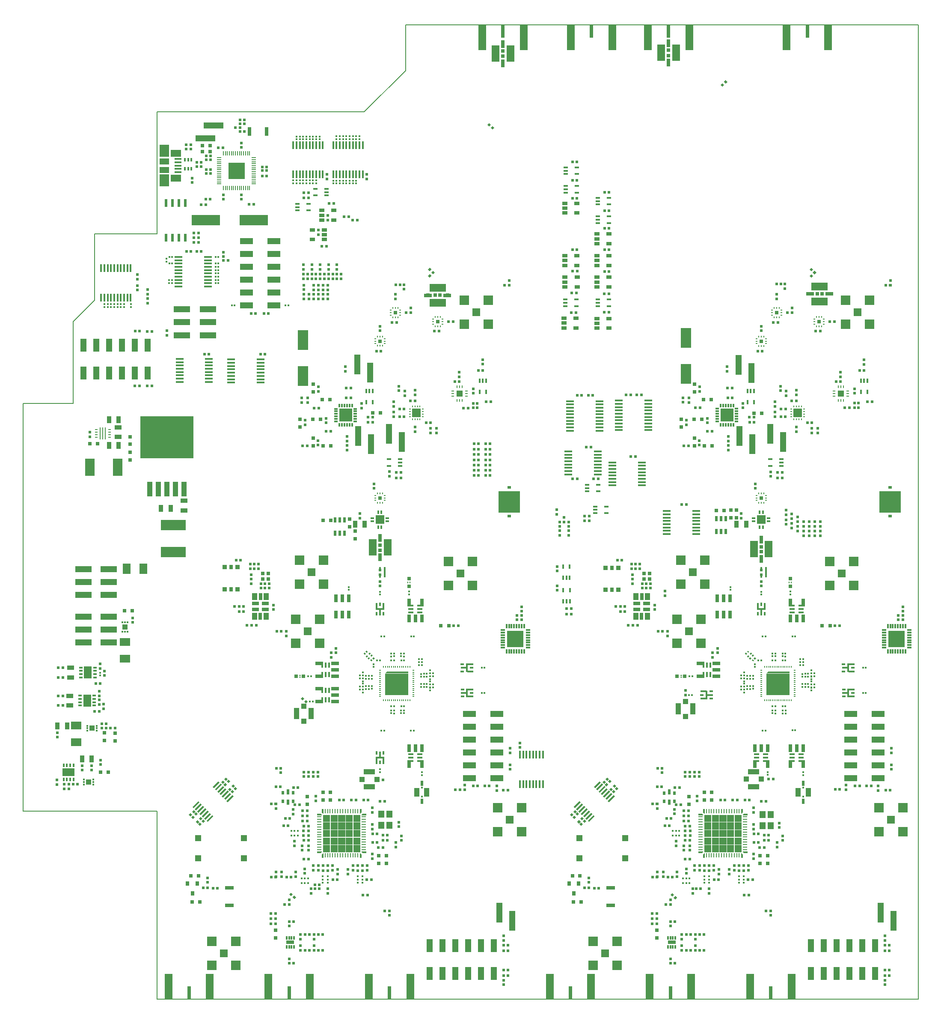
<source format=gtp>
G04 #@! TF.FileFunction,Paste,Top*
%FSLAX46Y46*%
G04 Gerber Fmt 4.6, Leading zero omitted, Abs format (unit mm)*
G04 Created by KiCad (PCBNEW 4.0.7-e2-6376~61~ubuntu18.04.1) date Mon May 30 11:29:29 2022*
%MOMM*%
%LPD*%
G01*
G04 APERTURE LIST*
%ADD10C,0.150000*%
%ADD11C,0.200000*%
%ADD12C,0.100000*%
%ADD13R,0.495300X0.495300*%
%ADD14R,0.800000X1.700000*%
%ADD15O,0.400000X0.200000*%
%ADD16R,0.200000X0.200000*%
%ADD17O,0.200000X0.400000*%
%ADD18R,4.600000X4.300000*%
%ADD19R,4.300000X0.300000*%
%ADD20R,2.540000X1.270000*%
%ADD21R,0.127000X0.127000*%
%ADD22R,0.863600X0.254000*%
%ADD23R,0.254000X0.863600*%
%ADD24R,1.270000X2.540000*%
%ADD25R,1.380000X0.450000*%
%ADD26R,2.100000X1.475000*%
%ADD27R,1.900000X2.375000*%
%ADD28R,1.900000X1.175000*%
%ADD29R,0.450000X1.500000*%
%ADD30R,0.610000X0.670000*%
%ADD31R,0.610000X1.070000*%
%ADD32R,1.000000X0.700000*%
%ADD33R,0.790000X0.300000*%
%ADD34R,0.300000X0.790000*%
%ADD35R,1.700000X1.700000*%
%ADD36R,1.500000X0.450000*%
%ADD37R,1.910000X1.910000*%
%ADD38R,1.520000X1.520000*%
%ADD39R,0.600000X1.100000*%
%ADD40R,0.899160X1.399540*%
%ADD41R,2.000000X4.000000*%
%ADD42R,0.550000X0.280000*%
%ADD43R,0.195000X0.400000*%
%ADD44R,0.350000X0.300000*%
%ADD45R,0.280000X0.550000*%
%ADD46R,0.400000X0.195000*%
%ADD47R,1.200000X1.400000*%
%ADD48R,0.300000X0.350000*%
%ADD49R,1.000000X1.350000*%
%ADD50R,0.700000X1.350000*%
%ADD51R,1.350000X0.700000*%
%ADD52R,0.797560X0.797560*%
%ADD53R,0.797560X0.698500*%
%ADD54R,0.800000X0.700000*%
%ADD55R,0.700000X0.800000*%
%ADD56R,0.410000X0.330000*%
%ADD57R,0.330000X0.410000*%
%ADD58R,1.300000X1.300000*%
%ADD59R,1.000000X1.750000*%
%ADD60R,0.600000X1.000000*%
%ADD61R,0.760000X1.650000*%
%ADD62R,1.200000X4.000000*%
%ADD63R,0.800000X0.900000*%
%ADD64R,1.700000X0.800000*%
%ADD65R,1.648460X0.759460*%
%ADD66R,0.759460X1.648460*%
%ADD67R,0.410000X1.780000*%
%ADD68R,0.710000X0.360000*%
%ADD69R,1.270000X0.360000*%
%ADD70R,1.780000X0.410000*%
%ADD71R,0.360000X0.710000*%
%ADD72R,0.360000X1.270000*%
%ADD73R,1.000000X0.350000*%
%ADD74R,0.700000X0.300000*%
%ADD75R,0.300000X0.700000*%
%ADD76R,2.600000X2.600000*%
%ADD77R,0.350000X0.850000*%
%ADD78R,0.850000X0.350000*%
%ADD79R,1.496060X5.000000*%
%ADD80R,0.698500X2.500000*%
%ADD81R,0.350000X1.000000*%
%ADD82R,2.200000X1.000000*%
%ADD83R,1.000000X1.000000*%
%ADD84R,0.440000X0.200000*%
%ADD85R,0.200000X0.440000*%
%ADD86R,0.760000X0.760000*%
%ADD87R,0.850000X0.300000*%
%ADD88R,0.300000X0.850000*%
%ADD89R,3.200000X3.200000*%
%ADD90R,0.800000X0.550000*%
%ADD91R,4.200000X4.200000*%
%ADD92R,1.000000X2.200000*%
%ADD93R,0.510000X0.250000*%
%ADD94R,0.250000X0.510000*%
%ADD95R,1.250000X1.250000*%
%ADD96R,0.400000X0.700000*%
%ADD97R,0.400000X2.100000*%
%ADD98R,0.300000X0.670000*%
%ADD99R,1.600000X0.700000*%
%ADD100R,0.800000X0.800000*%
%ADD101R,2.032000X1.524000*%
%ADD102R,1.524000X2.032000*%
%ADD103R,5.000000X2.000000*%
%ADD104R,3.200000X1.270000*%
%ADD105R,3.200400X1.270000*%
%ADD106R,4.000000X1.200000*%
%ADD107R,1.850000X3.400000*%
%ADD108R,1.399540X0.899160*%
%ADD109R,1.100000X1.000000*%
%ADD110R,0.320000X0.430000*%
%ADD111R,1.000000X1.100000*%
%ADD112R,0.430000X0.320000*%
%ADD113R,0.300000X0.650000*%
%ADD114R,2.350000X1.600000*%
%ADD115R,0.600000X0.250000*%
%ADD116R,0.250000X2.400000*%
%ADD117R,1.000000X3.000000*%
%ADD118R,10.600000X8.400000*%
%ADD119R,0.300000X0.660000*%
%ADD120R,0.550000X1.600000*%
%ADD121R,0.875000X0.200000*%
%ADD122R,0.200000X0.875000*%
%ADD123R,0.650000X0.300000*%
%ADD124R,1.600000X2.350000*%
%ADD125R,0.950000X0.950000*%
%ADD126R,0.800000X0.950000*%
%ADD127R,1.500000X3.250000*%
%ADD128R,0.700000X1.500000*%
%ADD129R,3.250000X1.500000*%
%ADD130R,1.500000X0.700000*%
%ADD131R,5.600000X2.100000*%
%ADD132R,0.300000X0.250000*%
%ADD133R,0.250000X0.300000*%
G04 APERTURE END LIST*
D10*
D11*
X63390000Y-111490000D02*
X63390000Y-87350000D01*
X50960000Y-111490000D02*
X63390000Y-111490000D01*
X50960000Y-124590000D02*
X50960000Y-111490000D01*
X46770000Y-128780000D02*
X50960000Y-124590000D01*
X46770000Y-145000000D02*
X46770000Y-128780000D01*
X36820000Y-145000000D02*
X46770000Y-145000000D01*
X63390000Y-225550000D02*
X63390000Y-262740000D01*
X36820000Y-225550000D02*
X63390000Y-225550000D01*
X36820000Y-145000000D02*
X36820000Y-225550000D01*
X104330000Y-87350000D02*
X63390000Y-87350000D01*
X112510000Y-79170000D02*
X104330000Y-87350000D01*
X112510000Y-70160000D02*
X112510000Y-79170000D01*
X213990000Y-70160000D02*
X112510000Y-70160000D01*
X213990000Y-262740000D02*
X213990000Y-70160000D01*
X63390000Y-262740000D02*
X213990000Y-262740000D01*
D12*
G36*
X96216365Y-226316245D02*
X96216365Y-227609765D01*
X97509885Y-227609765D01*
X97509885Y-226316245D01*
X96216365Y-226316245D01*
G37*
X96216365Y-226316245D02*
X96216365Y-227609765D01*
X97509885Y-227609765D01*
X97509885Y-226316245D01*
X96216365Y-226316245D01*
G36*
X96216365Y-227809765D02*
X96216365Y-229103285D01*
X97509885Y-229103285D01*
X97509885Y-227809765D01*
X96216365Y-227809765D01*
G37*
X96216365Y-227809765D02*
X96216365Y-229103285D01*
X97509885Y-229103285D01*
X97509885Y-227809765D01*
X96216365Y-227809765D01*
G36*
X96216365Y-229303285D02*
X96216365Y-230596805D01*
X97509885Y-230596805D01*
X97509885Y-229303285D01*
X96216365Y-229303285D01*
G37*
X96216365Y-229303285D02*
X96216365Y-230596805D01*
X97509885Y-230596805D01*
X97509885Y-229303285D01*
X96216365Y-229303285D01*
G36*
X96216365Y-230796805D02*
X96216365Y-232090325D01*
X97509885Y-232090325D01*
X97509885Y-230796805D01*
X96216365Y-230796805D01*
G37*
X96216365Y-230796805D02*
X96216365Y-232090325D01*
X97509885Y-232090325D01*
X97509885Y-230796805D01*
X96216365Y-230796805D01*
G36*
X96216365Y-232290325D02*
X96216365Y-233583845D01*
X97509885Y-233583845D01*
X97509885Y-232290325D01*
X96216365Y-232290325D01*
G37*
X96216365Y-232290325D02*
X96216365Y-233583845D01*
X97509885Y-233583845D01*
X97509885Y-232290325D01*
X96216365Y-232290325D01*
G36*
X97709885Y-226316245D02*
X97709885Y-227609765D01*
X99003405Y-227609765D01*
X99003405Y-226316245D01*
X97709885Y-226316245D01*
G37*
X97709885Y-226316245D02*
X97709885Y-227609765D01*
X99003405Y-227609765D01*
X99003405Y-226316245D01*
X97709885Y-226316245D01*
G36*
X97709885Y-227809765D02*
X97709885Y-229103285D01*
X99003405Y-229103285D01*
X99003405Y-227809765D01*
X97709885Y-227809765D01*
G37*
X97709885Y-227809765D02*
X97709885Y-229103285D01*
X99003405Y-229103285D01*
X99003405Y-227809765D01*
X97709885Y-227809765D01*
G36*
X97709885Y-229303285D02*
X97709885Y-230596805D01*
X99003405Y-230596805D01*
X99003405Y-229303285D01*
X97709885Y-229303285D01*
G37*
X97709885Y-229303285D02*
X97709885Y-230596805D01*
X99003405Y-230596805D01*
X99003405Y-229303285D01*
X97709885Y-229303285D01*
G36*
X97709885Y-230796805D02*
X97709885Y-232090325D01*
X99003405Y-232090325D01*
X99003405Y-230796805D01*
X97709885Y-230796805D01*
G37*
X97709885Y-230796805D02*
X97709885Y-232090325D01*
X99003405Y-232090325D01*
X99003405Y-230796805D01*
X97709885Y-230796805D01*
G36*
X97709885Y-232290325D02*
X97709885Y-233583845D01*
X99003405Y-233583845D01*
X99003405Y-232290325D01*
X97709885Y-232290325D01*
G37*
X97709885Y-232290325D02*
X97709885Y-233583845D01*
X99003405Y-233583845D01*
X99003405Y-232290325D01*
X97709885Y-232290325D01*
G36*
X99203405Y-226316245D02*
X99203405Y-227609765D01*
X100496925Y-227609765D01*
X100496925Y-226316245D01*
X99203405Y-226316245D01*
G37*
X99203405Y-226316245D02*
X99203405Y-227609765D01*
X100496925Y-227609765D01*
X100496925Y-226316245D01*
X99203405Y-226316245D01*
G36*
X99203405Y-227809765D02*
X99203405Y-229103285D01*
X100496925Y-229103285D01*
X100496925Y-227809765D01*
X99203405Y-227809765D01*
G37*
X99203405Y-227809765D02*
X99203405Y-229103285D01*
X100496925Y-229103285D01*
X100496925Y-227809765D01*
X99203405Y-227809765D01*
G36*
X99203405Y-229303285D02*
X99203405Y-230596805D01*
X100496925Y-230596805D01*
X100496925Y-229303285D01*
X99203405Y-229303285D01*
G37*
X99203405Y-229303285D02*
X99203405Y-230596805D01*
X100496925Y-230596805D01*
X100496925Y-229303285D01*
X99203405Y-229303285D01*
G36*
X99203405Y-230796805D02*
X99203405Y-232090325D01*
X100496925Y-232090325D01*
X100496925Y-230796805D01*
X99203405Y-230796805D01*
G37*
X99203405Y-230796805D02*
X99203405Y-232090325D01*
X100496925Y-232090325D01*
X100496925Y-230796805D01*
X99203405Y-230796805D01*
G36*
X99203405Y-232290325D02*
X99203405Y-233583845D01*
X100496925Y-233583845D01*
X100496925Y-232290325D01*
X99203405Y-232290325D01*
G37*
X99203405Y-232290325D02*
X99203405Y-233583845D01*
X100496925Y-233583845D01*
X100496925Y-232290325D01*
X99203405Y-232290325D01*
G36*
X100696925Y-226316245D02*
X100696925Y-227609765D01*
X101990445Y-227609765D01*
X101990445Y-226316245D01*
X100696925Y-226316245D01*
G37*
X100696925Y-226316245D02*
X100696925Y-227609765D01*
X101990445Y-227609765D01*
X101990445Y-226316245D01*
X100696925Y-226316245D01*
G36*
X100696925Y-227809765D02*
X100696925Y-229103285D01*
X101990445Y-229103285D01*
X101990445Y-227809765D01*
X100696925Y-227809765D01*
G37*
X100696925Y-227809765D02*
X100696925Y-229103285D01*
X101990445Y-229103285D01*
X101990445Y-227809765D01*
X100696925Y-227809765D01*
G36*
X100696925Y-229303285D02*
X100696925Y-230596805D01*
X101990445Y-230596805D01*
X101990445Y-229303285D01*
X100696925Y-229303285D01*
G37*
X100696925Y-229303285D02*
X100696925Y-230596805D01*
X101990445Y-230596805D01*
X101990445Y-229303285D01*
X100696925Y-229303285D01*
G36*
X100696925Y-230796805D02*
X100696925Y-232090325D01*
X101990445Y-232090325D01*
X101990445Y-230796805D01*
X100696925Y-230796805D01*
G37*
X100696925Y-230796805D02*
X100696925Y-232090325D01*
X101990445Y-232090325D01*
X101990445Y-230796805D01*
X100696925Y-230796805D01*
G36*
X100696925Y-232290325D02*
X100696925Y-233583845D01*
X101990445Y-233583845D01*
X101990445Y-232290325D01*
X100696925Y-232290325D01*
G37*
X100696925Y-232290325D02*
X100696925Y-233583845D01*
X101990445Y-233583845D01*
X101990445Y-232290325D01*
X100696925Y-232290325D01*
G36*
X102190445Y-226316245D02*
X102190445Y-227609765D01*
X103483965Y-227609765D01*
X103483965Y-226316245D01*
X102190445Y-226316245D01*
G37*
X102190445Y-226316245D02*
X102190445Y-227609765D01*
X103483965Y-227609765D01*
X103483965Y-226316245D01*
X102190445Y-226316245D01*
G36*
X102190445Y-227809765D02*
X102190445Y-229103285D01*
X103483965Y-229103285D01*
X103483965Y-227809765D01*
X102190445Y-227809765D01*
G37*
X102190445Y-227809765D02*
X102190445Y-229103285D01*
X103483965Y-229103285D01*
X103483965Y-227809765D01*
X102190445Y-227809765D01*
G36*
X102190445Y-229303285D02*
X102190445Y-230596805D01*
X103483965Y-230596805D01*
X103483965Y-229303285D01*
X102190445Y-229303285D01*
G37*
X102190445Y-229303285D02*
X102190445Y-230596805D01*
X103483965Y-230596805D01*
X103483965Y-229303285D01*
X102190445Y-229303285D01*
G36*
X102190445Y-230796805D02*
X102190445Y-232090325D01*
X103483965Y-232090325D01*
X103483965Y-230796805D01*
X102190445Y-230796805D01*
G37*
X102190445Y-230796805D02*
X102190445Y-232090325D01*
X103483965Y-232090325D01*
X103483965Y-230796805D01*
X102190445Y-230796805D01*
G36*
X102190445Y-232290325D02*
X102190445Y-233583845D01*
X103483965Y-233583845D01*
X103483965Y-232290325D01*
X102190445Y-232290325D01*
G37*
X102190445Y-232290325D02*
X102190445Y-233583845D01*
X103483965Y-233583845D01*
X103483965Y-232290325D01*
X102190445Y-232290325D01*
G36*
X95036865Y-226073045D02*
X95036860Y-226327046D01*
X95900465Y-226327045D01*
X95900460Y-226276246D01*
X95697260Y-226073046D01*
X95036865Y-226073045D01*
G37*
X95036865Y-226073045D02*
X95036860Y-226327046D01*
X95900465Y-226327045D01*
X95900460Y-226276246D01*
X95697260Y-226073046D01*
X95036865Y-226073045D01*
G36*
X95973165Y-225136745D02*
X95973155Y-225797145D01*
X96176355Y-226000345D01*
X96227165Y-226000345D01*
X96227165Y-225136745D01*
X95973165Y-225136745D01*
G37*
X95973165Y-225136745D02*
X95973155Y-225797145D01*
X96176355Y-226000345D01*
X96227165Y-226000345D01*
X96227165Y-225136745D01*
X95973165Y-225136745D01*
G36*
X103473165Y-225136745D02*
X103473165Y-226000345D01*
X103523965Y-226000345D01*
X103727165Y-225797145D01*
X103727165Y-225136745D01*
X103473165Y-225136745D01*
G37*
X103473165Y-225136745D02*
X103473165Y-226000345D01*
X103523965Y-226000345D01*
X103727165Y-225797145D01*
X103727165Y-225136745D01*
X103473165Y-225136745D01*
G36*
X103799860Y-226276246D02*
X103799860Y-226327046D01*
X104663465Y-226327045D01*
X104663465Y-226073045D01*
X104003060Y-226073046D01*
X103799860Y-226276246D01*
G37*
X103799860Y-226276246D02*
X103799860Y-226327046D01*
X104663465Y-226327045D01*
X104663465Y-226073045D01*
X104003060Y-226073046D01*
X103799860Y-226276246D01*
G36*
X95036865Y-233573044D02*
X95036865Y-233827045D01*
X95697265Y-233827044D01*
X95900465Y-233623844D01*
X95900465Y-233573044D01*
X95036865Y-233573044D01*
G37*
X95036865Y-233573044D02*
X95036865Y-233827045D01*
X95697265Y-233827044D01*
X95900465Y-233623844D01*
X95900465Y-233573044D01*
X95036865Y-233573044D01*
G36*
X95973160Y-234102945D02*
X95973165Y-234763345D01*
X96227165Y-234763345D01*
X96227165Y-233899745D01*
X96176360Y-233899745D01*
X95973160Y-234102945D01*
G37*
X95973160Y-234102945D02*
X95973165Y-234763345D01*
X96227165Y-234763345D01*
X96227165Y-233899745D01*
X96176360Y-233899745D01*
X95973160Y-234102945D01*
G36*
X103473165Y-233899745D02*
X103473170Y-234763345D01*
X103727165Y-234763345D01*
X103727170Y-234102945D01*
X103523970Y-233899745D01*
X103473165Y-233899745D01*
G37*
X103473165Y-233899745D02*
X103473170Y-234763345D01*
X103727165Y-234763345D01*
X103727170Y-234102945D01*
X103523970Y-233899745D01*
X103473165Y-233899745D01*
G36*
X103799865Y-233573044D02*
X103799865Y-233623844D01*
X104003065Y-233827044D01*
X104663465Y-233827045D01*
X104663465Y-233573045D01*
X103799865Y-233573044D01*
G37*
X103799865Y-233573044D02*
X103799865Y-233623844D01*
X104003065Y-233827044D01*
X104663465Y-233827045D01*
X104663465Y-233573045D01*
X103799865Y-233573044D01*
G36*
X171656200Y-226316200D02*
X171656200Y-227609720D01*
X172949720Y-227609720D01*
X172949720Y-226316200D01*
X171656200Y-226316200D01*
G37*
X171656200Y-226316200D02*
X171656200Y-227609720D01*
X172949720Y-227609720D01*
X172949720Y-226316200D01*
X171656200Y-226316200D01*
G36*
X171656200Y-227809720D02*
X171656200Y-229103240D01*
X172949720Y-229103240D01*
X172949720Y-227809720D01*
X171656200Y-227809720D01*
G37*
X171656200Y-227809720D02*
X171656200Y-229103240D01*
X172949720Y-229103240D01*
X172949720Y-227809720D01*
X171656200Y-227809720D01*
G36*
X171656200Y-229303240D02*
X171656200Y-230596760D01*
X172949720Y-230596760D01*
X172949720Y-229303240D01*
X171656200Y-229303240D01*
G37*
X171656200Y-229303240D02*
X171656200Y-230596760D01*
X172949720Y-230596760D01*
X172949720Y-229303240D01*
X171656200Y-229303240D01*
G36*
X171656200Y-230796760D02*
X171656200Y-232090280D01*
X172949720Y-232090280D01*
X172949720Y-230796760D01*
X171656200Y-230796760D01*
G37*
X171656200Y-230796760D02*
X171656200Y-232090280D01*
X172949720Y-232090280D01*
X172949720Y-230796760D01*
X171656200Y-230796760D01*
G36*
X171656200Y-232290280D02*
X171656200Y-233583800D01*
X172949720Y-233583800D01*
X172949720Y-232290280D01*
X171656200Y-232290280D01*
G37*
X171656200Y-232290280D02*
X171656200Y-233583800D01*
X172949720Y-233583800D01*
X172949720Y-232290280D01*
X171656200Y-232290280D01*
G36*
X173149720Y-226316200D02*
X173149720Y-227609720D01*
X174443240Y-227609720D01*
X174443240Y-226316200D01*
X173149720Y-226316200D01*
G37*
X173149720Y-226316200D02*
X173149720Y-227609720D01*
X174443240Y-227609720D01*
X174443240Y-226316200D01*
X173149720Y-226316200D01*
G36*
X173149720Y-227809720D02*
X173149720Y-229103240D01*
X174443240Y-229103240D01*
X174443240Y-227809720D01*
X173149720Y-227809720D01*
G37*
X173149720Y-227809720D02*
X173149720Y-229103240D01*
X174443240Y-229103240D01*
X174443240Y-227809720D01*
X173149720Y-227809720D01*
G36*
X173149720Y-229303240D02*
X173149720Y-230596760D01*
X174443240Y-230596760D01*
X174443240Y-229303240D01*
X173149720Y-229303240D01*
G37*
X173149720Y-229303240D02*
X173149720Y-230596760D01*
X174443240Y-230596760D01*
X174443240Y-229303240D01*
X173149720Y-229303240D01*
G36*
X173149720Y-230796760D02*
X173149720Y-232090280D01*
X174443240Y-232090280D01*
X174443240Y-230796760D01*
X173149720Y-230796760D01*
G37*
X173149720Y-230796760D02*
X173149720Y-232090280D01*
X174443240Y-232090280D01*
X174443240Y-230796760D01*
X173149720Y-230796760D01*
G36*
X173149720Y-232290280D02*
X173149720Y-233583800D01*
X174443240Y-233583800D01*
X174443240Y-232290280D01*
X173149720Y-232290280D01*
G37*
X173149720Y-232290280D02*
X173149720Y-233583800D01*
X174443240Y-233583800D01*
X174443240Y-232290280D01*
X173149720Y-232290280D01*
G36*
X174643240Y-226316200D02*
X174643240Y-227609720D01*
X175936760Y-227609720D01*
X175936760Y-226316200D01*
X174643240Y-226316200D01*
G37*
X174643240Y-226316200D02*
X174643240Y-227609720D01*
X175936760Y-227609720D01*
X175936760Y-226316200D01*
X174643240Y-226316200D01*
G36*
X174643240Y-227809720D02*
X174643240Y-229103240D01*
X175936760Y-229103240D01*
X175936760Y-227809720D01*
X174643240Y-227809720D01*
G37*
X174643240Y-227809720D02*
X174643240Y-229103240D01*
X175936760Y-229103240D01*
X175936760Y-227809720D01*
X174643240Y-227809720D01*
G36*
X174643240Y-229303240D02*
X174643240Y-230596760D01*
X175936760Y-230596760D01*
X175936760Y-229303240D01*
X174643240Y-229303240D01*
G37*
X174643240Y-229303240D02*
X174643240Y-230596760D01*
X175936760Y-230596760D01*
X175936760Y-229303240D01*
X174643240Y-229303240D01*
G36*
X174643240Y-230796760D02*
X174643240Y-232090280D01*
X175936760Y-232090280D01*
X175936760Y-230796760D01*
X174643240Y-230796760D01*
G37*
X174643240Y-230796760D02*
X174643240Y-232090280D01*
X175936760Y-232090280D01*
X175936760Y-230796760D01*
X174643240Y-230796760D01*
G36*
X174643240Y-232290280D02*
X174643240Y-233583800D01*
X175936760Y-233583800D01*
X175936760Y-232290280D01*
X174643240Y-232290280D01*
G37*
X174643240Y-232290280D02*
X174643240Y-233583800D01*
X175936760Y-233583800D01*
X175936760Y-232290280D01*
X174643240Y-232290280D01*
G36*
X176136760Y-226316200D02*
X176136760Y-227609720D01*
X177430280Y-227609720D01*
X177430280Y-226316200D01*
X176136760Y-226316200D01*
G37*
X176136760Y-226316200D02*
X176136760Y-227609720D01*
X177430280Y-227609720D01*
X177430280Y-226316200D01*
X176136760Y-226316200D01*
G36*
X176136760Y-227809720D02*
X176136760Y-229103240D01*
X177430280Y-229103240D01*
X177430280Y-227809720D01*
X176136760Y-227809720D01*
G37*
X176136760Y-227809720D02*
X176136760Y-229103240D01*
X177430280Y-229103240D01*
X177430280Y-227809720D01*
X176136760Y-227809720D01*
G36*
X176136760Y-229303240D02*
X176136760Y-230596760D01*
X177430280Y-230596760D01*
X177430280Y-229303240D01*
X176136760Y-229303240D01*
G37*
X176136760Y-229303240D02*
X176136760Y-230596760D01*
X177430280Y-230596760D01*
X177430280Y-229303240D01*
X176136760Y-229303240D01*
G36*
X176136760Y-230796760D02*
X176136760Y-232090280D01*
X177430280Y-232090280D01*
X177430280Y-230796760D01*
X176136760Y-230796760D01*
G37*
X176136760Y-230796760D02*
X176136760Y-232090280D01*
X177430280Y-232090280D01*
X177430280Y-230796760D01*
X176136760Y-230796760D01*
G36*
X176136760Y-232290280D02*
X176136760Y-233583800D01*
X177430280Y-233583800D01*
X177430280Y-232290280D01*
X176136760Y-232290280D01*
G37*
X176136760Y-232290280D02*
X176136760Y-233583800D01*
X177430280Y-233583800D01*
X177430280Y-232290280D01*
X176136760Y-232290280D01*
G36*
X177630280Y-226316200D02*
X177630280Y-227609720D01*
X178923800Y-227609720D01*
X178923800Y-226316200D01*
X177630280Y-226316200D01*
G37*
X177630280Y-226316200D02*
X177630280Y-227609720D01*
X178923800Y-227609720D01*
X178923800Y-226316200D01*
X177630280Y-226316200D01*
G36*
X177630280Y-227809720D02*
X177630280Y-229103240D01*
X178923800Y-229103240D01*
X178923800Y-227809720D01*
X177630280Y-227809720D01*
G37*
X177630280Y-227809720D02*
X177630280Y-229103240D01*
X178923800Y-229103240D01*
X178923800Y-227809720D01*
X177630280Y-227809720D01*
G36*
X177630280Y-229303240D02*
X177630280Y-230596760D01*
X178923800Y-230596760D01*
X178923800Y-229303240D01*
X177630280Y-229303240D01*
G37*
X177630280Y-229303240D02*
X177630280Y-230596760D01*
X178923800Y-230596760D01*
X178923800Y-229303240D01*
X177630280Y-229303240D01*
G36*
X177630280Y-230796760D02*
X177630280Y-232090280D01*
X178923800Y-232090280D01*
X178923800Y-230796760D01*
X177630280Y-230796760D01*
G37*
X177630280Y-230796760D02*
X177630280Y-232090280D01*
X178923800Y-232090280D01*
X178923800Y-230796760D01*
X177630280Y-230796760D01*
G36*
X177630280Y-232290280D02*
X177630280Y-233583800D01*
X178923800Y-233583800D01*
X178923800Y-232290280D01*
X177630280Y-232290280D01*
G37*
X177630280Y-232290280D02*
X177630280Y-233583800D01*
X178923800Y-233583800D01*
X178923800Y-232290280D01*
X177630280Y-232290280D01*
G36*
X170476700Y-226073000D02*
X170476695Y-226327001D01*
X171340300Y-226327000D01*
X171340295Y-226276201D01*
X171137095Y-226073001D01*
X170476700Y-226073000D01*
G37*
X170476700Y-226073000D02*
X170476695Y-226327001D01*
X171340300Y-226327000D01*
X171340295Y-226276201D01*
X171137095Y-226073001D01*
X170476700Y-226073000D01*
G36*
X171413000Y-225136700D02*
X171412990Y-225797100D01*
X171616190Y-226000300D01*
X171667000Y-226000300D01*
X171667000Y-225136700D01*
X171413000Y-225136700D01*
G37*
X171413000Y-225136700D02*
X171412990Y-225797100D01*
X171616190Y-226000300D01*
X171667000Y-226000300D01*
X171667000Y-225136700D01*
X171413000Y-225136700D01*
G36*
X178913000Y-225136700D02*
X178913000Y-226000300D01*
X178963800Y-226000300D01*
X179167000Y-225797100D01*
X179167000Y-225136700D01*
X178913000Y-225136700D01*
G37*
X178913000Y-225136700D02*
X178913000Y-226000300D01*
X178963800Y-226000300D01*
X179167000Y-225797100D01*
X179167000Y-225136700D01*
X178913000Y-225136700D01*
G36*
X179239695Y-226276201D02*
X179239695Y-226327001D01*
X180103300Y-226327000D01*
X180103300Y-226073000D01*
X179442895Y-226073001D01*
X179239695Y-226276201D01*
G37*
X179239695Y-226276201D02*
X179239695Y-226327001D01*
X180103300Y-226327000D01*
X180103300Y-226073000D01*
X179442895Y-226073001D01*
X179239695Y-226276201D01*
G36*
X170476700Y-233572999D02*
X170476700Y-233827000D01*
X171137100Y-233826999D01*
X171340300Y-233623799D01*
X171340300Y-233572999D01*
X170476700Y-233572999D01*
G37*
X170476700Y-233572999D02*
X170476700Y-233827000D01*
X171137100Y-233826999D01*
X171340300Y-233623799D01*
X171340300Y-233572999D01*
X170476700Y-233572999D01*
G36*
X171412995Y-234102900D02*
X171413000Y-234763300D01*
X171667000Y-234763300D01*
X171667000Y-233899700D01*
X171616195Y-233899700D01*
X171412995Y-234102900D01*
G37*
X171412995Y-234102900D02*
X171413000Y-234763300D01*
X171667000Y-234763300D01*
X171667000Y-233899700D01*
X171616195Y-233899700D01*
X171412995Y-234102900D01*
G36*
X178913000Y-233899700D02*
X178913005Y-234763300D01*
X179167000Y-234763300D01*
X179167005Y-234102900D01*
X178963805Y-233899700D01*
X178913000Y-233899700D01*
G37*
X178913000Y-233899700D02*
X178913005Y-234763300D01*
X179167000Y-234763300D01*
X179167005Y-234102900D01*
X178963805Y-233899700D01*
X178913000Y-233899700D01*
G36*
X179239700Y-233572999D02*
X179239700Y-233623799D01*
X179442900Y-233826999D01*
X180103300Y-233827000D01*
X180103300Y-233573000D01*
X179239700Y-233572999D01*
G37*
X179239700Y-233572999D02*
X179239700Y-233623799D01*
X179442900Y-233826999D01*
X180103300Y-233827000D01*
X180103300Y-233573000D01*
X179239700Y-233572999D01*
D13*
X76379580Y-94390000D03*
X75480420Y-94390000D03*
D14*
X85015000Y-91185000D03*
X81615000Y-91185000D03*
D15*
X107454364Y-197728375D03*
X107454364Y-198128375D03*
X107454364Y-198528375D03*
X107454364Y-198928375D03*
X107454364Y-199328375D03*
X107454364Y-199728375D03*
X107454364Y-200128375D03*
X107454364Y-200528375D03*
X107454364Y-200928375D03*
X107454364Y-201328375D03*
X107454364Y-201728375D03*
X107454364Y-202128375D03*
X107454364Y-202528375D03*
X107454364Y-202928375D03*
D16*
X107354364Y-197728375D03*
X107354364Y-198128375D03*
X107354364Y-198528375D03*
X107354364Y-198928375D03*
X107354364Y-199328375D03*
X107354364Y-199728375D03*
X107354364Y-200128375D03*
X107354364Y-200528375D03*
X107354364Y-200928375D03*
X107354364Y-201328375D03*
X107354364Y-201728375D03*
X107354364Y-202128375D03*
X107354364Y-202528375D03*
X107354364Y-202928375D03*
X108154364Y-203728375D03*
X108554364Y-203728375D03*
X108954364Y-203728375D03*
X109354364Y-203728375D03*
X109754364Y-203728375D03*
X110154364Y-203728375D03*
X110554364Y-203728375D03*
X110954364Y-203728375D03*
X111354364Y-203728375D03*
X111754364Y-203728375D03*
X112154364Y-203728375D03*
X112554364Y-203728375D03*
X112954364Y-203728375D03*
X113354364Y-203728375D03*
X114154364Y-202928375D03*
X114154364Y-202528375D03*
X114154364Y-202128375D03*
X114154364Y-201728375D03*
X114154364Y-201328375D03*
X114154364Y-200928375D03*
X114154364Y-200528375D03*
X114154364Y-200128375D03*
X114154364Y-199728375D03*
X114154364Y-199328375D03*
X114154364Y-198928375D03*
X114154364Y-198528375D03*
X114154364Y-198128375D03*
X114154364Y-197728375D03*
X113354364Y-196928375D03*
X112954364Y-196928375D03*
X112554364Y-196928375D03*
X112154364Y-196928375D03*
X111754364Y-196928375D03*
X111354364Y-196928375D03*
X110954364Y-196928375D03*
X110554364Y-196928375D03*
X110154364Y-196928375D03*
X109754364Y-196928375D03*
X109354364Y-196928375D03*
X108954364Y-196928375D03*
X108554364Y-196928375D03*
X108154364Y-196928375D03*
D17*
X108154364Y-203628375D03*
X108554364Y-203628375D03*
X108954364Y-203628375D03*
X109354364Y-203628375D03*
X109754364Y-203628375D03*
X110154364Y-203628375D03*
X110554364Y-203628375D03*
X110954364Y-203628375D03*
X111354364Y-203628375D03*
X111754364Y-203628375D03*
X112154364Y-203628375D03*
X112554364Y-203628375D03*
X112954364Y-203628375D03*
X113354364Y-203628375D03*
D15*
X114054364Y-202928375D03*
X114054364Y-202528375D03*
X114054364Y-202128375D03*
X114054364Y-201728375D03*
X114054364Y-201328375D03*
X114054364Y-200928375D03*
X114054364Y-200528375D03*
X114054364Y-200128375D03*
X114054364Y-199728375D03*
X114054364Y-199328375D03*
X114054364Y-198928375D03*
X114054364Y-198528375D03*
X114054364Y-198128375D03*
X114054364Y-197728375D03*
D17*
X113354364Y-197028375D03*
X112954364Y-197028375D03*
X112554364Y-197028375D03*
X112154364Y-197028375D03*
X111754364Y-197028375D03*
X111354364Y-197028375D03*
X110954364Y-197028375D03*
X110554364Y-197028375D03*
X110154364Y-197028375D03*
X109754364Y-197028375D03*
X109354364Y-197028375D03*
X108954364Y-197028375D03*
X108554364Y-197028375D03*
X108154364Y-197028375D03*
D18*
X110754364Y-200478375D03*
D19*
X110904364Y-198178375D03*
D10*
G36*
X108454364Y-198328375D02*
X108754364Y-198028375D01*
X108954364Y-198028375D01*
X109254364Y-198328375D01*
X108454364Y-198328375D01*
X108454364Y-198328375D01*
G37*
D20*
X206040000Y-206340000D03*
X206040000Y-208880000D03*
X206040000Y-211420000D03*
X206040000Y-213960000D03*
X206040000Y-216500000D03*
X206040000Y-219040000D03*
X200580000Y-219040000D03*
X200580000Y-216500000D03*
X200580000Y-213960000D03*
X200580000Y-211420000D03*
X200580000Y-208880000D03*
X200580000Y-206340000D03*
D21*
X95468665Y-226200045D03*
D22*
X95468665Y-226700044D03*
X95468665Y-227200045D03*
X95468665Y-227700044D03*
X95468665Y-228200046D03*
X95468665Y-228700045D03*
X95468665Y-229200044D03*
X95468665Y-229700045D03*
X95468665Y-230200045D03*
X95468665Y-230700046D03*
X95468665Y-231200045D03*
X95468665Y-231700044D03*
X95468665Y-232200046D03*
X95468665Y-232700045D03*
X95468665Y-233200046D03*
D21*
X95468665Y-233700045D03*
X96100165Y-234331545D03*
D23*
X96600164Y-234331545D03*
X97100165Y-234331545D03*
X97600164Y-234331545D03*
X98100166Y-234331545D03*
X98600165Y-234331545D03*
X99100164Y-234331545D03*
X99600165Y-234331545D03*
X100100165Y-234331545D03*
X100600166Y-234331545D03*
X101100165Y-234331545D03*
X101600164Y-234331545D03*
X102100166Y-234331545D03*
X102600165Y-234331545D03*
X103100166Y-234331545D03*
D21*
X103600165Y-234331545D03*
X104231665Y-233700045D03*
D22*
X104231665Y-233200046D03*
X104231665Y-232700045D03*
X104231665Y-232200046D03*
X104231665Y-231700044D03*
X104231665Y-231200045D03*
X104231665Y-230700046D03*
X104231665Y-230200045D03*
X104231665Y-229700045D03*
X104231665Y-229200044D03*
X104231665Y-228700045D03*
X104231665Y-228200046D03*
X104231665Y-227700044D03*
X104231665Y-227200045D03*
X104231665Y-226700044D03*
D21*
X104231665Y-226200045D03*
X103600165Y-225568545D03*
D23*
X103100166Y-225568545D03*
X102600165Y-225568545D03*
X102100166Y-225568545D03*
X101600164Y-225568545D03*
X101100165Y-225568545D03*
X100600166Y-225568545D03*
X100100165Y-225568545D03*
X99600165Y-225568545D03*
X99100164Y-225568545D03*
X98600165Y-225568545D03*
X98100166Y-225568545D03*
X97600164Y-225568545D03*
X97100165Y-225568545D03*
X96600164Y-225568545D03*
D21*
X96100165Y-225568545D03*
D13*
X71220420Y-97310000D03*
X72119580Y-97310000D03*
D20*
X130600000Y-206340000D03*
X130600000Y-208880000D03*
X130600000Y-211420000D03*
X130600000Y-213960000D03*
X130600000Y-216500000D03*
X130600000Y-219040000D03*
X125140000Y-219040000D03*
X125140000Y-216500000D03*
X125140000Y-213960000D03*
X125140000Y-211420000D03*
X125140000Y-208880000D03*
X125140000Y-206340000D03*
D24*
X48770000Y-133500000D03*
X51310000Y-133500000D03*
X53850000Y-133500000D03*
X56390000Y-133500000D03*
X58930000Y-133500000D03*
X61470000Y-133500000D03*
X61470000Y-138960000D03*
X58930000Y-138960000D03*
X56390000Y-138960000D03*
X53850000Y-138960000D03*
X51310000Y-138960000D03*
X48770000Y-138960000D03*
D25*
X67470000Y-96660000D03*
X67470000Y-97310000D03*
X67470000Y-97960000D03*
X67470000Y-98610000D03*
X67470000Y-99260000D03*
D26*
X67110000Y-95497500D03*
X67110000Y-100422500D03*
D27*
X64810000Y-95050000D03*
X64810000Y-100870000D03*
D28*
X64810000Y-97120000D03*
X64810000Y-98800000D03*
D13*
X132999580Y-121590000D03*
X132100420Y-121590000D03*
D29*
X135155000Y-214420000D03*
X135805000Y-214420000D03*
X136455000Y-214420000D03*
X137105000Y-214420000D03*
X137755000Y-214420000D03*
X138405000Y-214420000D03*
X139055000Y-214420000D03*
X139705000Y-214420000D03*
X139705000Y-220220000D03*
X139055000Y-220220000D03*
X138405000Y-220220000D03*
X137755000Y-220220000D03*
X135155000Y-220220000D03*
X135805000Y-220220000D03*
X136455000Y-220220000D03*
X137105000Y-220220000D03*
D13*
X187800000Y-167970420D03*
X187800000Y-168869580D03*
D24*
X117250000Y-252180000D03*
X119790000Y-252180000D03*
X122330000Y-252180000D03*
X124870000Y-252180000D03*
X127410000Y-252180000D03*
X129950000Y-252180000D03*
X129950000Y-257640000D03*
X127410000Y-257640000D03*
X124870000Y-257640000D03*
X122330000Y-257640000D03*
X119790000Y-257640000D03*
X117250000Y-257640000D03*
D29*
X96145000Y-99700000D03*
X90295000Y-99700000D03*
X90295000Y-93900000D03*
X96145000Y-93900000D03*
X95495000Y-99700000D03*
X94845000Y-99700000D03*
X94195000Y-99700000D03*
X93545000Y-99700000D03*
X92895000Y-99700000D03*
X92245000Y-99700000D03*
X91595000Y-99700000D03*
X90945000Y-99700000D03*
X90945000Y-93900000D03*
X91595000Y-93900000D03*
X92245000Y-93900000D03*
X92895000Y-93900000D03*
X95495000Y-93900000D03*
X94845000Y-93900000D03*
X94195000Y-93900000D03*
X93545000Y-93900000D03*
D13*
X89490420Y-255660000D03*
X90389580Y-255660000D03*
D30*
X88270165Y-221975045D03*
D31*
X89260165Y-221775045D03*
D30*
X90250165Y-221975045D03*
X90250165Y-223625045D03*
D31*
X89260165Y-223825045D03*
D30*
X88270165Y-223625045D03*
D10*
G36*
X93158131Y-203947901D02*
X92807901Y-204298131D01*
X92457671Y-203947901D01*
X92807901Y-203597671D01*
X93158131Y-203947901D01*
X93158131Y-203947901D01*
G37*
G36*
X92522329Y-203312099D02*
X92172099Y-203662329D01*
X91821869Y-203312099D01*
X92172099Y-202961869D01*
X92522329Y-203312099D01*
X92522329Y-203312099D01*
G37*
D32*
X152800000Y-120030000D03*
X152800000Y-121930000D03*
X150400000Y-121930000D03*
X150400000Y-120980000D03*
X150400000Y-120030000D03*
D33*
X184360000Y-167635000D03*
X184360000Y-168295000D03*
X181390000Y-167635000D03*
X181390000Y-168295000D03*
D34*
X182545000Y-166480000D03*
X183205000Y-166480000D03*
X183205000Y-169450000D03*
D35*
X182875000Y-167965000D03*
D34*
X182545000Y-169450000D03*
D32*
X146450000Y-115790000D03*
X146450000Y-117690000D03*
X144050000Y-117690000D03*
X144050000Y-116740000D03*
X144050000Y-115790000D03*
D36*
X170030000Y-166265000D03*
X170030000Y-166915000D03*
X170030000Y-167565000D03*
X170030000Y-168215000D03*
X170030000Y-168865000D03*
X170030000Y-169515000D03*
X170030000Y-170165000D03*
X170030000Y-170815000D03*
X164230000Y-170815000D03*
X164230000Y-170165000D03*
X164230000Y-169515000D03*
X164230000Y-168865000D03*
X164230000Y-166265000D03*
X164230000Y-166915000D03*
X164230000Y-167565000D03*
X164230000Y-168215000D03*
D32*
X146470000Y-120030000D03*
X146470000Y-121930000D03*
X144070000Y-121930000D03*
X144070000Y-120980000D03*
X144070000Y-120030000D03*
D37*
X154400000Y-256090000D03*
X154400000Y-251350000D03*
D38*
X152030000Y-253720000D03*
D37*
X149660000Y-251350000D03*
X149660000Y-256090000D03*
D24*
X192690000Y-252180000D03*
X195230000Y-252180000D03*
X197770000Y-252180000D03*
X200310000Y-252180000D03*
X202850000Y-252180000D03*
X205390000Y-252180000D03*
X205390000Y-257640000D03*
X202850000Y-257640000D03*
X200310000Y-257640000D03*
X197770000Y-257640000D03*
X195230000Y-257640000D03*
X192690000Y-257640000D03*
D39*
X174015000Y-167735000D03*
X174965000Y-167735000D03*
X175915000Y-167735000D03*
X175915000Y-170335000D03*
X174965000Y-170335000D03*
X174015000Y-170335000D03*
D40*
X179907500Y-168835000D03*
X178002500Y-168835000D03*
D41*
X168035000Y-139115000D03*
X168035000Y-132015000D03*
D13*
X208429580Y-121590000D03*
X207530420Y-121590000D03*
D15*
X182900000Y-197730000D03*
X182900000Y-198130000D03*
X182900000Y-198530000D03*
X182900000Y-198930000D03*
X182900000Y-199330000D03*
X182900000Y-199730000D03*
X182900000Y-200130000D03*
X182900000Y-200530000D03*
X182900000Y-200930000D03*
X182900000Y-201330000D03*
X182900000Y-201730000D03*
X182900000Y-202130000D03*
X182900000Y-202530000D03*
X182900000Y-202930000D03*
D16*
X182800000Y-197730000D03*
X182800000Y-198130000D03*
X182800000Y-198530000D03*
X182800000Y-198930000D03*
X182800000Y-199330000D03*
X182800000Y-199730000D03*
X182800000Y-200130000D03*
X182800000Y-200530000D03*
X182800000Y-200930000D03*
X182800000Y-201330000D03*
X182800000Y-201730000D03*
X182800000Y-202130000D03*
X182800000Y-202530000D03*
X182800000Y-202930000D03*
X183600000Y-203730000D03*
X184000000Y-203730000D03*
X184400000Y-203730000D03*
X184800000Y-203730000D03*
X185200000Y-203730000D03*
X185600000Y-203730000D03*
X186000000Y-203730000D03*
X186400000Y-203730000D03*
X186800000Y-203730000D03*
X187200000Y-203730000D03*
X187600000Y-203730000D03*
X188000000Y-203730000D03*
X188400000Y-203730000D03*
X188800000Y-203730000D03*
X189600000Y-202930000D03*
X189600000Y-202530000D03*
X189600000Y-202130000D03*
X189600000Y-201730000D03*
X189600000Y-201330000D03*
X189600000Y-200930000D03*
X189600000Y-200530000D03*
X189600000Y-200130000D03*
X189600000Y-199730000D03*
X189600000Y-199330000D03*
X189600000Y-198930000D03*
X189600000Y-198530000D03*
X189600000Y-198130000D03*
X189600000Y-197730000D03*
X188800000Y-196930000D03*
X188400000Y-196930000D03*
X188000000Y-196930000D03*
X187600000Y-196930000D03*
X187200000Y-196930000D03*
X186800000Y-196930000D03*
X186400000Y-196930000D03*
X186000000Y-196930000D03*
X185600000Y-196930000D03*
X185200000Y-196930000D03*
X184800000Y-196930000D03*
X184400000Y-196930000D03*
X184000000Y-196930000D03*
X183600000Y-196930000D03*
D17*
X183600000Y-203630000D03*
X184000000Y-203630000D03*
X184400000Y-203630000D03*
X184800000Y-203630000D03*
X185200000Y-203630000D03*
X185600000Y-203630000D03*
X186000000Y-203630000D03*
X186400000Y-203630000D03*
X186800000Y-203630000D03*
X187200000Y-203630000D03*
X187600000Y-203630000D03*
X188000000Y-203630000D03*
X188400000Y-203630000D03*
X188800000Y-203630000D03*
D15*
X189500000Y-202930000D03*
X189500000Y-202530000D03*
X189500000Y-202130000D03*
X189500000Y-201730000D03*
X189500000Y-201330000D03*
X189500000Y-200930000D03*
X189500000Y-200530000D03*
X189500000Y-200130000D03*
X189500000Y-199730000D03*
X189500000Y-199330000D03*
X189500000Y-198930000D03*
X189500000Y-198530000D03*
X189500000Y-198130000D03*
X189500000Y-197730000D03*
D17*
X188800000Y-197030000D03*
X188400000Y-197030000D03*
X188000000Y-197030000D03*
X187600000Y-197030000D03*
X187200000Y-197030000D03*
X186800000Y-197030000D03*
X186400000Y-197030000D03*
X186000000Y-197030000D03*
X185600000Y-197030000D03*
X185200000Y-197030000D03*
X184800000Y-197030000D03*
X184400000Y-197030000D03*
X184000000Y-197030000D03*
X183600000Y-197030000D03*
D18*
X186200000Y-200480000D03*
D19*
X186350000Y-198180000D03*
D10*
G36*
X183900000Y-198330000D02*
X184200000Y-198030000D01*
X184400000Y-198030000D01*
X184700000Y-198330000D01*
X183900000Y-198330000D01*
X183900000Y-198330000D01*
G37*
D42*
X188650000Y-179790000D03*
X188650000Y-180910000D03*
D43*
X188447500Y-180350000D03*
X188852500Y-180350000D03*
D44*
X191190000Y-220935000D03*
X191190000Y-220385000D03*
X191190000Y-223285000D03*
X191190000Y-222735000D03*
D45*
X167600000Y-198910000D03*
X166480000Y-198910000D03*
D46*
X167040000Y-198707500D03*
X167040000Y-199112500D03*
D47*
X107710165Y-226190045D03*
X107710165Y-228390045D03*
X109310165Y-228390045D03*
X109310165Y-226190045D03*
D48*
X183195000Y-209630000D03*
X183745000Y-209630000D03*
X113605124Y-209629815D03*
X114155124Y-209629815D03*
X107745124Y-209629815D03*
X108295124Y-209629815D03*
D44*
X107470000Y-217305000D03*
X107470000Y-217855000D03*
X115750000Y-217885000D03*
X115750000Y-218435000D03*
D48*
X128155000Y-202220000D03*
X127605000Y-202220000D03*
X128165000Y-197250000D03*
X127615000Y-197250000D03*
D49*
X82650000Y-187045000D03*
X82650000Y-183195000D03*
X84950000Y-187045000D03*
X84950000Y-183195000D03*
D50*
X83800000Y-187045000D03*
D51*
X82825000Y-185720000D03*
X82825000Y-184520000D03*
X84775000Y-184510400D03*
X84775000Y-185720000D03*
D50*
X83805080Y-183195000D03*
D52*
X194939900Y-188940000D03*
X196540100Y-188940000D03*
D13*
X168060000Y-236990420D03*
X168060000Y-237889580D03*
D37*
X121050000Y-176180000D03*
X121050000Y-180920000D03*
D38*
X123420000Y-178550000D03*
D37*
X125790000Y-180920000D03*
X125790000Y-176180000D03*
D13*
X143030000Y-171039580D03*
X143030000Y-170140420D03*
D52*
X119499900Y-188940000D03*
X121100100Y-188940000D03*
D13*
X87939580Y-190040000D03*
X87040420Y-190040000D03*
X80499580Y-186140000D03*
X79600420Y-186140000D03*
X82020000Y-180619580D03*
X82020000Y-179720420D03*
X79600420Y-185130000D03*
X80499580Y-185130000D03*
X88900000Y-190030420D03*
X88900000Y-190929580D03*
X86380000Y-185719580D03*
X86380000Y-184820420D03*
X82959580Y-188800000D03*
X82060420Y-188800000D03*
X79599580Y-185130000D03*
X78700420Y-185130000D03*
X81160420Y-188810000D03*
X82059580Y-188810000D03*
X84710000Y-180610420D03*
X84710000Y-181509580D03*
X83910000Y-180610420D03*
X83910000Y-181509580D03*
X85510000Y-181499580D03*
X85510000Y-180600420D03*
X82020000Y-179719580D03*
X82020000Y-178820420D03*
X82600000Y-176760420D03*
X82600000Y-177659580D03*
X83430000Y-176760420D03*
X83430000Y-177659580D03*
X81780000Y-177659580D03*
X81780000Y-176760420D03*
X122949580Y-188940000D03*
X122050420Y-188940000D03*
X79889580Y-175970000D03*
X78990420Y-175970000D03*
D53*
X84270000Y-179716100D03*
X84270000Y-178623900D03*
X85380000Y-179716100D03*
X85380000Y-178623900D03*
D37*
X95510000Y-192360000D03*
X95510000Y-187620000D03*
D38*
X93140000Y-189990000D03*
D37*
X90770000Y-187620000D03*
X90770000Y-192360000D03*
D44*
X117958284Y-200553135D03*
X117958284Y-201103135D03*
X117356304Y-200503695D03*
X117356304Y-199953695D03*
X117356304Y-201705115D03*
X117356304Y-201155115D03*
D48*
X116732144Y-200429355D03*
X116182144Y-200429355D03*
D44*
X115555444Y-201004075D03*
X115555444Y-200454075D03*
D48*
X116732144Y-201028795D03*
X116182144Y-201028795D03*
D44*
X115555444Y-199005095D03*
X115555444Y-198455095D03*
D48*
X116729604Y-199029815D03*
X116179604Y-199029815D03*
D44*
X117955744Y-198353495D03*
X117955744Y-198903495D03*
X117356304Y-201105675D03*
X117356304Y-200555675D03*
X117356304Y-198903495D03*
X117356304Y-198353495D03*
D48*
X116729604Y-198430375D03*
X116179604Y-198430375D03*
D44*
X117356304Y-199502935D03*
X117356304Y-198952935D03*
X117353764Y-198298975D03*
X117353764Y-197748975D03*
X112248364Y-205681395D03*
X112248364Y-206231395D03*
X111651464Y-205683935D03*
X111651464Y-206233935D03*
X109665184Y-205681395D03*
X109665184Y-206231395D03*
X110254464Y-205686475D03*
X110254464Y-206236475D03*
D48*
X109674664Y-204861655D03*
X110224664Y-204861655D03*
X111676184Y-204866735D03*
X112226184Y-204866735D03*
D44*
X105854364Y-198853375D03*
X105854364Y-199403375D03*
D48*
X104679364Y-198828375D03*
X105229364Y-198828375D03*
X104679364Y-199428375D03*
X105229364Y-199428375D03*
D44*
X104054364Y-198153375D03*
X104054364Y-198703375D03*
X104054364Y-199353375D03*
X104054364Y-199903375D03*
X103454364Y-199303375D03*
X103454364Y-198753375D03*
X105854364Y-200853375D03*
X105854364Y-201403375D03*
D48*
X104679364Y-200828375D03*
X105229364Y-200828375D03*
X104679364Y-201428375D03*
X105229364Y-201428375D03*
D44*
X104054364Y-200353375D03*
X104054364Y-200903375D03*
X104054364Y-201553375D03*
X104054364Y-202103375D03*
X103454364Y-201503375D03*
X103454364Y-200953375D03*
D48*
X115729364Y-195528375D03*
X115179364Y-195528375D03*
X115729364Y-196728375D03*
X115179364Y-196728375D03*
X115729364Y-196128375D03*
X115179364Y-196128375D03*
D44*
X104054364Y-198753375D03*
X104054364Y-199303375D03*
X104054364Y-200953375D03*
X104054364Y-201503375D03*
D37*
X96290000Y-180670000D03*
X96290000Y-175930000D03*
D38*
X93920000Y-178300000D03*
D37*
X91550000Y-175930000D03*
X91550000Y-180670000D03*
D48*
X108304424Y-191031355D03*
X107754424Y-191031355D03*
X114159124Y-191031355D03*
X113609124Y-191031355D03*
X106898444Y-195788775D03*
X107448444Y-195788775D03*
D44*
X106208244Y-196514535D03*
X106208244Y-197064535D03*
D10*
G36*
X105810488Y-195981899D02*
X105563000Y-195734411D01*
X105775132Y-195522279D01*
X106022620Y-195769767D01*
X105810488Y-195981899D01*
X105810488Y-195981899D01*
G37*
G36*
X106199396Y-195592991D02*
X105951908Y-195345503D01*
X106164040Y-195133371D01*
X106411528Y-195380859D01*
X106199396Y-195592991D01*
X106199396Y-195592991D01*
G37*
G36*
X106005128Y-194797151D02*
X105757640Y-195044639D01*
X105545508Y-194832507D01*
X105792996Y-194585019D01*
X106005128Y-194797151D01*
X106005128Y-194797151D01*
G37*
G36*
X105616220Y-194408243D02*
X105368732Y-194655731D01*
X105156600Y-194443599D01*
X105404088Y-194196111D01*
X105616220Y-194408243D01*
X105616220Y-194408243D01*
G37*
G36*
X105474268Y-195333091D02*
X105226780Y-195580579D01*
X105014648Y-195368447D01*
X105262136Y-195120959D01*
X105474268Y-195333091D01*
X105474268Y-195333091D01*
G37*
G36*
X105085360Y-194944183D02*
X104837872Y-195191671D01*
X104625740Y-194979539D01*
X104873228Y-194732051D01*
X105085360Y-194944183D01*
X105085360Y-194944183D01*
G37*
G36*
X104489688Y-194663639D02*
X104242200Y-194416151D01*
X104454332Y-194204019D01*
X104701820Y-194451507D01*
X104489688Y-194663639D01*
X104489688Y-194663639D01*
G37*
G36*
X104878596Y-194274731D02*
X104631108Y-194027243D01*
X104843240Y-193815111D01*
X105090728Y-194062599D01*
X104878596Y-194274731D01*
X104878596Y-194274731D01*
G37*
D44*
X109660104Y-194974115D03*
X109660104Y-194424115D03*
X110257004Y-194971575D03*
X110257004Y-194421575D03*
D48*
X110232284Y-195788775D03*
X109682284Y-195788775D03*
D44*
X111654004Y-194969035D03*
X111654004Y-194419035D03*
X112243284Y-194974115D03*
X112243284Y-194424115D03*
D48*
X112233804Y-195793855D03*
X111683804Y-195793855D03*
X191175000Y-196730000D03*
X190625000Y-196730000D03*
X191175000Y-196120000D03*
X190625000Y-196120000D03*
X191175000Y-195530000D03*
X190625000Y-195530000D03*
D10*
G36*
X181263224Y-195984264D02*
X181015736Y-195736776D01*
X181227868Y-195524644D01*
X181475356Y-195772132D01*
X181263224Y-195984264D01*
X181263224Y-195984264D01*
G37*
G36*
X181652132Y-195595356D02*
X181404644Y-195347868D01*
X181616776Y-195135736D01*
X181864264Y-195383224D01*
X181652132Y-195595356D01*
X181652132Y-195595356D01*
G37*
D44*
X181660000Y-196515000D03*
X181660000Y-197065000D03*
D48*
X182345000Y-195790000D03*
X182895000Y-195790000D03*
D44*
X192800000Y-201105000D03*
X192800000Y-200555000D03*
X192800000Y-198905000D03*
X192800000Y-198355000D03*
X192800000Y-201705000D03*
X192800000Y-201155000D03*
X192800000Y-200505000D03*
X192800000Y-199955000D03*
X192800000Y-199505000D03*
X192800000Y-198955000D03*
X192800000Y-198295000D03*
X192800000Y-197745000D03*
D48*
X192185000Y-201030000D03*
X191635000Y-201030000D03*
X192175000Y-200430000D03*
X191625000Y-200430000D03*
X192175000Y-199030000D03*
X191625000Y-199030000D03*
X192175000Y-198430000D03*
X191625000Y-198430000D03*
D44*
X191000000Y-201005000D03*
X191000000Y-200455000D03*
D48*
X187125000Y-204870000D03*
X187675000Y-204870000D03*
X187685000Y-195790000D03*
X187135000Y-195790000D03*
X185125000Y-204860000D03*
X185675000Y-204860000D03*
X185680000Y-195790000D03*
X185130000Y-195790000D03*
D44*
X185700000Y-194970000D03*
X185700000Y-194420000D03*
X185110000Y-194970000D03*
X185110000Y-194420000D03*
X185110000Y-205675000D03*
X185110000Y-206225000D03*
X185700000Y-205685000D03*
X185700000Y-206235000D03*
X187100000Y-205685000D03*
X187100000Y-206235000D03*
X187700000Y-205685000D03*
X187700000Y-206235000D03*
X187690000Y-194975000D03*
X187690000Y-194425000D03*
X187100000Y-194965000D03*
X187100000Y-194415000D03*
D48*
X183750000Y-191030000D03*
X183200000Y-191030000D03*
X189605000Y-191030000D03*
X189055000Y-191030000D03*
X189055000Y-209620000D03*
X189605000Y-209620000D03*
D44*
X193410000Y-200555000D03*
X193410000Y-201105000D03*
X193400000Y-198355000D03*
X193400000Y-198905000D03*
D10*
G36*
X179933224Y-194664264D02*
X179685736Y-194416776D01*
X179897868Y-194204644D01*
X180145356Y-194452132D01*
X179933224Y-194664264D01*
X179933224Y-194664264D01*
G37*
G36*
X180322132Y-194275356D02*
X180074644Y-194027868D01*
X180286776Y-193815736D01*
X180534264Y-194063224D01*
X180322132Y-194275356D01*
X180322132Y-194275356D01*
G37*
G36*
X180924264Y-195336776D02*
X180676776Y-195584264D01*
X180464644Y-195372132D01*
X180712132Y-195124644D01*
X180924264Y-195336776D01*
X180924264Y-195336776D01*
G37*
G36*
X180535356Y-194947868D02*
X180287868Y-195195356D01*
X180075736Y-194983224D01*
X180323224Y-194735736D01*
X180535356Y-194947868D01*
X180535356Y-194947868D01*
G37*
G36*
X181454264Y-194796776D02*
X181206776Y-195044264D01*
X180994644Y-194832132D01*
X181242132Y-194584644D01*
X181454264Y-194796776D01*
X181454264Y-194796776D01*
G37*
G36*
X181065356Y-194407868D02*
X180817868Y-194655356D01*
X180605736Y-194443224D01*
X180853224Y-194195736D01*
X181065356Y-194407868D01*
X181065356Y-194407868D01*
G37*
D44*
X191000000Y-199005000D03*
X191000000Y-198455000D03*
D13*
X91249745Y-220900045D03*
X90350585Y-220900045D03*
D10*
G36*
X90848131Y-242617901D02*
X90497901Y-242968131D01*
X90147671Y-242617901D01*
X90497901Y-242267671D01*
X90848131Y-242617901D01*
X90848131Y-242617901D01*
G37*
G36*
X90212329Y-241982099D02*
X89862099Y-242332329D01*
X89511869Y-241982099D01*
X89862099Y-241631869D01*
X90212329Y-241982099D01*
X90212329Y-241982099D01*
G37*
D13*
X89289745Y-228420045D03*
X88390585Y-228420045D03*
X90570165Y-231520465D03*
X90570165Y-232419625D03*
X98120585Y-239090045D03*
X99019745Y-239090045D03*
X92350165Y-229500465D03*
X92350165Y-230399625D03*
X93360165Y-232420465D03*
X93360165Y-233319625D03*
X96220585Y-237310045D03*
X97119745Y-237310045D03*
D54*
X93110165Y-222720045D03*
X93110165Y-224220045D03*
D13*
X93049745Y-226520045D03*
X92150585Y-226520045D03*
X92150585Y-225500045D03*
X93049745Y-225500045D03*
X93049745Y-227530045D03*
X92150585Y-227530045D03*
X94260165Y-236360465D03*
X94260165Y-237259625D03*
X100289745Y-223340045D03*
X99390585Y-223340045D03*
X99080165Y-237120465D03*
X99080165Y-238019625D03*
X101120165Y-237120465D03*
X101120165Y-238019625D03*
X105940165Y-228230465D03*
X105940165Y-229129625D03*
X106000585Y-230070045D03*
X106899745Y-230070045D03*
X106899745Y-231720045D03*
X106000585Y-231720045D03*
X105940165Y-234070465D03*
X105940165Y-234969625D03*
X105940165Y-224930465D03*
X105940165Y-225829625D03*
X103969745Y-237310045D03*
X103070585Y-237310045D03*
X108039745Y-232740045D03*
X107140585Y-232740045D03*
X94760165Y-222640465D03*
X94760165Y-223539625D03*
D55*
X108720165Y-234400045D03*
X107220165Y-234400045D03*
D13*
X105749745Y-239090045D03*
X104850585Y-239090045D03*
D55*
X97670165Y-223360045D03*
X96170165Y-223360045D03*
D13*
X107470585Y-223620045D03*
X108369745Y-223620045D03*
X108030585Y-230330045D03*
X108929745Y-230330045D03*
X104999745Y-242140045D03*
X104100585Y-242140045D03*
X92090165Y-232420465D03*
X92090165Y-233319625D03*
X93309745Y-228550045D03*
X92410585Y-228550045D03*
X93370165Y-229500465D03*
X93370165Y-230399625D03*
X95270165Y-236350465D03*
X95270165Y-237249625D03*
X98060165Y-236360465D03*
X98060165Y-237259625D03*
X96220585Y-236300045D03*
X97119745Y-236300045D03*
X103979745Y-236300045D03*
X103080585Y-236300045D03*
X104920165Y-237249625D03*
X104920165Y-236350465D03*
X102130165Y-237259625D03*
X102130165Y-236360465D03*
D55*
X97670165Y-221830045D03*
X96170165Y-221830045D03*
X108720165Y-235920045D03*
X107220165Y-235920045D03*
D13*
X86860585Y-220780045D03*
X87759745Y-220780045D03*
X92600165Y-236990465D03*
X92600165Y-237889625D03*
X85930585Y-224100045D03*
X86829745Y-224100045D03*
X85930585Y-238580045D03*
X86829745Y-238580045D03*
X89879745Y-238580045D03*
X88980585Y-238580045D03*
X88030165Y-237630465D03*
X88030165Y-238529625D03*
X90820165Y-237630465D03*
X90820165Y-238529625D03*
X86890165Y-224160465D03*
X86890165Y-225059625D03*
X86890165Y-238529625D03*
X86890165Y-237630465D03*
X93870165Y-241819625D03*
X93870165Y-240920465D03*
X90300165Y-226139625D03*
X90300165Y-225240465D03*
X94570585Y-240870045D03*
X95469745Y-240870045D03*
X91529745Y-224340045D03*
X90630585Y-224340045D03*
X88730585Y-227030045D03*
X89629745Y-227030045D03*
X97180165Y-241829625D03*
X97180165Y-240930465D03*
X92410585Y-235030045D03*
X93309745Y-235030045D03*
X101800585Y-223350045D03*
X102699745Y-223350045D03*
X105119745Y-223340045D03*
X104220585Y-223340045D03*
X95469745Y-240170045D03*
X94570585Y-240170045D03*
D56*
X91940165Y-238855045D03*
X92600165Y-238855045D03*
X93260165Y-238855045D03*
X93260165Y-239845045D03*
X92600165Y-239845045D03*
X91940165Y-239845045D03*
X89910165Y-229455045D03*
X90570165Y-229455045D03*
X91230165Y-229455045D03*
X91230165Y-230445045D03*
X90570165Y-230445045D03*
X89910165Y-230445045D03*
D57*
X96165165Y-239750045D03*
X96165165Y-239090045D03*
X96165165Y-238430045D03*
X97155165Y-238430045D03*
X97155165Y-239090045D03*
X97155165Y-239750045D03*
X103025165Y-239750045D03*
X103025165Y-239090045D03*
X103025165Y-238430045D03*
X104015165Y-238430045D03*
X104015165Y-239090045D03*
X104015165Y-239750045D03*
D13*
X108929745Y-231340045D03*
X108030585Y-231340045D03*
X166020000Y-231530420D03*
X166020000Y-232429580D03*
X173570420Y-239090000D03*
X174469580Y-239090000D03*
X167800000Y-229500420D03*
X167800000Y-230399580D03*
X168810000Y-232410420D03*
X168810000Y-233309580D03*
X171670420Y-237310000D03*
X172569580Y-237310000D03*
D54*
X168560000Y-222720000D03*
X168560000Y-224220000D03*
D13*
X168509580Y-226520000D03*
X167610420Y-226520000D03*
X167600420Y-225500000D03*
X168499580Y-225500000D03*
X168499580Y-227530000D03*
X167600420Y-227530000D03*
X175739580Y-223340000D03*
X174840420Y-223340000D03*
X174530000Y-237120420D03*
X174530000Y-238019580D03*
X176560000Y-237120420D03*
X176560000Y-238019580D03*
X181390000Y-228230420D03*
X181390000Y-229129580D03*
X181450420Y-230080000D03*
X182349580Y-230080000D03*
X182349580Y-231720000D03*
X181450420Y-231720000D03*
X181390000Y-234070420D03*
X181390000Y-234969580D03*
X181390000Y-224930420D03*
X181390000Y-225829580D03*
X179419580Y-237320000D03*
X178520420Y-237320000D03*
X183489580Y-232740000D03*
X182590420Y-232740000D03*
X170220000Y-222640420D03*
X170220000Y-223539580D03*
D55*
X184170000Y-234400000D03*
X182670000Y-234400000D03*
D13*
X181199580Y-239090000D03*
X180300420Y-239090000D03*
D55*
X173120000Y-223350000D03*
X171620000Y-223350000D03*
D13*
X182920420Y-223620000D03*
X183819580Y-223620000D03*
X183480420Y-230330000D03*
X184379580Y-230330000D03*
X180439580Y-242140000D03*
X179540420Y-242140000D03*
X184369580Y-231340000D03*
X183470420Y-231340000D03*
X167550000Y-232420420D03*
X167550000Y-233319580D03*
X168759580Y-228550000D03*
X167860420Y-228550000D03*
X168759580Y-231350000D03*
X167860420Y-231350000D03*
X168820000Y-229500420D03*
X168820000Y-230399580D03*
X170720000Y-236350420D03*
X170720000Y-237249580D03*
X173520000Y-236360420D03*
X173520000Y-237259580D03*
X171670420Y-236300000D03*
X172569580Y-236300000D03*
X179429580Y-236300000D03*
X178530420Y-236300000D03*
X180370000Y-237249580D03*
X180370000Y-236350420D03*
X177580000Y-237249580D03*
X177580000Y-236350420D03*
D55*
X173120000Y-221820000D03*
X171620000Y-221820000D03*
X184170000Y-235920000D03*
X182670000Y-235920000D03*
D13*
X162320420Y-220770000D03*
X163219580Y-220770000D03*
X161380420Y-224110000D03*
X162279580Y-224110000D03*
X161370420Y-238580000D03*
X162269580Y-238580000D03*
X165329580Y-238580000D03*
X164430420Y-238580000D03*
X163480000Y-237630420D03*
X163480000Y-238529580D03*
X166270000Y-237620420D03*
X166270000Y-238519580D03*
X162340000Y-224160420D03*
X162340000Y-225059580D03*
X162340000Y-238519580D03*
X162340000Y-237620420D03*
X169320000Y-241829580D03*
X169320000Y-240930420D03*
X170020420Y-240870000D03*
X170919580Y-240870000D03*
X172620000Y-241829580D03*
X172620000Y-240930420D03*
X167850420Y-235030000D03*
X168749580Y-235030000D03*
X177250420Y-223340000D03*
X178149580Y-223340000D03*
X180569580Y-223340000D03*
X179670420Y-223340000D03*
D30*
X163720000Y-221985000D03*
D31*
X164710000Y-221785000D03*
D30*
X165700000Y-221985000D03*
X165700000Y-223635000D03*
D31*
X164710000Y-223835000D03*
D30*
X163720000Y-223635000D03*
D56*
X167390000Y-238845000D03*
X168050000Y-238845000D03*
X168710000Y-238845000D03*
X168710000Y-239835000D03*
X168050000Y-239835000D03*
X167390000Y-239835000D03*
D57*
X171625000Y-239750000D03*
X171625000Y-239090000D03*
X171625000Y-238430000D03*
X172615000Y-238430000D03*
X172615000Y-239090000D03*
X172615000Y-239750000D03*
D21*
X170908500Y-226200000D03*
D22*
X170908500Y-226699999D03*
X170908500Y-227200000D03*
X170908500Y-227699999D03*
X170908500Y-228200001D03*
X170908500Y-228700000D03*
X170908500Y-229199999D03*
X170908500Y-229700000D03*
X170908500Y-230200000D03*
X170908500Y-230700001D03*
X170908500Y-231200000D03*
X170908500Y-231699999D03*
X170908500Y-232200001D03*
X170908500Y-232700000D03*
X170908500Y-233200001D03*
D21*
X170908500Y-233700000D03*
X171540000Y-234331500D03*
D23*
X172039999Y-234331500D03*
X172540000Y-234331500D03*
X173039999Y-234331500D03*
X173540001Y-234331500D03*
X174040000Y-234331500D03*
X174539999Y-234331500D03*
X175040000Y-234331500D03*
X175540000Y-234331500D03*
X176040001Y-234331500D03*
X176540000Y-234331500D03*
X177039999Y-234331500D03*
X177540001Y-234331500D03*
X178040000Y-234331500D03*
X178540001Y-234331500D03*
D21*
X179040000Y-234331500D03*
X179671500Y-233700000D03*
D22*
X179671500Y-233200001D03*
X179671500Y-232700000D03*
X179671500Y-232200001D03*
X179671500Y-231699999D03*
X179671500Y-231200000D03*
X179671500Y-230700001D03*
X179671500Y-230200000D03*
X179671500Y-229700000D03*
X179671500Y-229199999D03*
X179671500Y-228700000D03*
X179671500Y-228200001D03*
X179671500Y-227699999D03*
X179671500Y-227200000D03*
X179671500Y-226699999D03*
D21*
X179671500Y-226200000D03*
X179040000Y-225568500D03*
D23*
X178540001Y-225568500D03*
X178040000Y-225568500D03*
X177540001Y-225568500D03*
X177039999Y-225568500D03*
X176540000Y-225568500D03*
X176040001Y-225568500D03*
X175540000Y-225568500D03*
X175040000Y-225568500D03*
X174539999Y-225568500D03*
X174040000Y-225568500D03*
X173540001Y-225568500D03*
X173039999Y-225568500D03*
X172540000Y-225568500D03*
X172039999Y-225568500D03*
D21*
X171540000Y-225568500D03*
D57*
X178485000Y-239750000D03*
X178485000Y-239090000D03*
X178485000Y-238430000D03*
X179475000Y-238430000D03*
X179475000Y-239090000D03*
X179475000Y-239750000D03*
D10*
G36*
X166278131Y-242707901D02*
X165927901Y-243058131D01*
X165577671Y-242707901D01*
X165927901Y-242357671D01*
X166278131Y-242707901D01*
X166278131Y-242707901D01*
G37*
G36*
X165642329Y-242072099D02*
X165292099Y-242422329D01*
X164941869Y-242072099D01*
X165292099Y-241721869D01*
X165642329Y-242072099D01*
X165642329Y-242072099D01*
G37*
D13*
X166699580Y-220900000D03*
X165800420Y-220900000D03*
X164739580Y-228420000D03*
X163840420Y-228420000D03*
X169700000Y-236350420D03*
X169700000Y-237249580D03*
X165760000Y-226129580D03*
X165760000Y-225230420D03*
X166979580Y-224330000D03*
X166080420Y-224330000D03*
X164180420Y-227030000D03*
X165079580Y-227030000D03*
D58*
X71520000Y-234920000D03*
X71520000Y-230920000D03*
X80520000Y-230920000D03*
X80520000Y-234920000D03*
X146960000Y-234920000D03*
X146960000Y-230920000D03*
X155960000Y-230920000D03*
X155960000Y-234920000D03*
D56*
X165360000Y-229455000D03*
X166020000Y-229455000D03*
X166680000Y-229455000D03*
X166680000Y-230445000D03*
X166020000Y-230445000D03*
X165360000Y-230445000D03*
D47*
X183170000Y-226220000D03*
X183170000Y-228420000D03*
X184770000Y-228420000D03*
X184770000Y-226220000D03*
D48*
X168715000Y-198920000D03*
X169265000Y-198920000D03*
D44*
X179500000Y-198755000D03*
X179500000Y-199305000D03*
D48*
X180125000Y-198830000D03*
X180675000Y-198830000D03*
X180125000Y-199430000D03*
X180675000Y-199430000D03*
D44*
X181300000Y-198855000D03*
X181300000Y-199405000D03*
X178900000Y-199305000D03*
X178900000Y-198755000D03*
D48*
X168605000Y-202610000D03*
X169155000Y-202610000D03*
D44*
X179500000Y-200955000D03*
X179500000Y-201505000D03*
D48*
X180125000Y-200830000D03*
X180675000Y-200830000D03*
X180125000Y-201430000D03*
X180675000Y-201430000D03*
D44*
X181300000Y-200855000D03*
X181300000Y-201405000D03*
X191190000Y-217885000D03*
X191190000Y-218435000D03*
X182900000Y-182745000D03*
X182900000Y-182195000D03*
X184160000Y-217845000D03*
X184160000Y-218395000D03*
X178900000Y-201505000D03*
X178900000Y-200955000D03*
D59*
X190190000Y-221840000D03*
X192190000Y-221840000D03*
D60*
X191190000Y-223640000D03*
X191190000Y-220040000D03*
D48*
X203595000Y-202220000D03*
X203045000Y-202220000D03*
X203605000Y-197250000D03*
X203055000Y-197250000D03*
D44*
X188650000Y-182725000D03*
X188650000Y-182175000D03*
X176770000Y-181285000D03*
X176770000Y-181835000D03*
X179500000Y-198155000D03*
X179500000Y-198705000D03*
X179500000Y-199355000D03*
X179500000Y-199905000D03*
X179500000Y-200355000D03*
X179500000Y-200905000D03*
X179500000Y-201555000D03*
X179500000Y-202105000D03*
D37*
X171730000Y-180670000D03*
X171730000Y-175930000D03*
D38*
X169360000Y-178300000D03*
D37*
X166990000Y-175930000D03*
X166990000Y-180670000D03*
D61*
X176760000Y-186720000D03*
X174220000Y-186720000D03*
X176760000Y-183540000D03*
X174220000Y-183540000D03*
X175490000Y-183540000D03*
X175490000Y-186720000D03*
D13*
X163379580Y-190040000D03*
X162480420Y-190040000D03*
D37*
X170950000Y-192370000D03*
X170950000Y-187630000D03*
D38*
X168580000Y-190000000D03*
D37*
X166210000Y-187630000D03*
X166210000Y-192370000D03*
D13*
X155939580Y-186140000D03*
X155040420Y-186140000D03*
X155039580Y-185130000D03*
X154140420Y-185130000D03*
X155040420Y-185130000D03*
X155939580Y-185130000D03*
X198389580Y-188940000D03*
X197490420Y-188940000D03*
X156600420Y-188810000D03*
X157499580Y-188810000D03*
X158399580Y-188800000D03*
X157500420Y-188800000D03*
X164340000Y-190030420D03*
X164340000Y-190929580D03*
D49*
X158090000Y-187045000D03*
X158090000Y-183195000D03*
X160390000Y-187045000D03*
X160390000Y-183195000D03*
D50*
X159240000Y-187045000D03*
D51*
X158265000Y-185720000D03*
X158265000Y-184520000D03*
X160215000Y-184510400D03*
X160215000Y-185720000D03*
D50*
X159245080Y-183195000D03*
D13*
X158870000Y-177659580D03*
X158870000Y-176760420D03*
X158040000Y-177659580D03*
X158040000Y-176760420D03*
X157220000Y-177659580D03*
X157220000Y-176760420D03*
X161820000Y-185719580D03*
X161820000Y-184820420D03*
X160150000Y-181509580D03*
X160150000Y-180610420D03*
X160950000Y-181499580D03*
X160950000Y-180600420D03*
X159350000Y-181509580D03*
X159350000Y-180610420D03*
X157460000Y-179719580D03*
X157460000Y-178820420D03*
X155329580Y-175970000D03*
X154430420Y-175970000D03*
X157460000Y-179720420D03*
X157460000Y-180619580D03*
D53*
X160820000Y-179716100D03*
X160820000Y-178623900D03*
X159720000Y-179716100D03*
X159720000Y-178623900D03*
D13*
X93299745Y-231330045D03*
X92400585Y-231330045D03*
D62*
X131090000Y-245630000D03*
X133630000Y-247230000D03*
D13*
X131920420Y-257030000D03*
X132819580Y-257030000D03*
X131920420Y-253200000D03*
X132819580Y-253200000D03*
X131920420Y-258060000D03*
X132819580Y-258060000D03*
X207360420Y-257030000D03*
X208259580Y-257030000D03*
X207360420Y-253200000D03*
X208259580Y-253200000D03*
D37*
X78960000Y-256090000D03*
X78960000Y-251350000D03*
D38*
X76590000Y-253720000D03*
D37*
X74220000Y-251350000D03*
X74220000Y-256090000D03*
D62*
X206530000Y-245630000D03*
X209070000Y-247230000D03*
D63*
X145805000Y-241855000D03*
X144855000Y-239855000D03*
X146755000Y-239855000D03*
D10*
G36*
X78232099Y-222078131D02*
X77881869Y-221727901D01*
X78232099Y-221377671D01*
X78582329Y-221727901D01*
X78232099Y-222078131D01*
X78232099Y-222078131D01*
G37*
G36*
X78867901Y-221442329D02*
X78517671Y-221092099D01*
X78867901Y-220741869D01*
X79218131Y-221092099D01*
X78867901Y-221442329D01*
X78867901Y-221442329D01*
G37*
G36*
X76862099Y-220678131D02*
X76511869Y-220327901D01*
X76862099Y-219977671D01*
X77212329Y-220327901D01*
X76862099Y-220678131D01*
X76862099Y-220678131D01*
G37*
G36*
X77497901Y-220042329D02*
X77147671Y-219692099D01*
X77497901Y-219341869D01*
X77848131Y-219692099D01*
X77497901Y-220042329D01*
X77497901Y-220042329D01*
G37*
G36*
X76372099Y-220208131D02*
X76021869Y-219857901D01*
X76372099Y-219507671D01*
X76722329Y-219857901D01*
X76372099Y-220208131D01*
X76372099Y-220208131D01*
G37*
G36*
X77007901Y-219572329D02*
X76657671Y-219222099D01*
X77007901Y-218871869D01*
X77358131Y-219222099D01*
X77007901Y-219572329D01*
X77007901Y-219572329D01*
G37*
G36*
X72487901Y-227171869D02*
X72838131Y-227522099D01*
X72487901Y-227872329D01*
X72137671Y-227522099D01*
X72487901Y-227171869D01*
X72487901Y-227171869D01*
G37*
G36*
X71852099Y-227807671D02*
X72202329Y-228157901D01*
X71852099Y-228508131D01*
X71501869Y-228157901D01*
X71852099Y-227807671D01*
X71852099Y-227807671D01*
G37*
G36*
X71997901Y-226681869D02*
X72348131Y-227032099D01*
X71997901Y-227382329D01*
X71647671Y-227032099D01*
X71997901Y-226681869D01*
X71997901Y-226681869D01*
G37*
G36*
X71362099Y-227317671D02*
X71712329Y-227667901D01*
X71362099Y-228018131D01*
X71011869Y-227667901D01*
X71362099Y-227317671D01*
X71362099Y-227317671D01*
G37*
G36*
X71077901Y-225761869D02*
X71428131Y-226112099D01*
X71077901Y-226462329D01*
X70727671Y-226112099D01*
X71077901Y-225761869D01*
X71077901Y-225761869D01*
G37*
G36*
X70442099Y-226397671D02*
X70792329Y-226747901D01*
X70442099Y-227098131D01*
X70091869Y-226747901D01*
X70442099Y-226397671D01*
X70442099Y-226397671D01*
G37*
G36*
X70617901Y-225301869D02*
X70968131Y-225652099D01*
X70617901Y-226002329D01*
X70267671Y-225652099D01*
X70617901Y-225301869D01*
X70617901Y-225301869D01*
G37*
G36*
X69982099Y-225937671D02*
X70332329Y-226287901D01*
X69982099Y-226638131D01*
X69631869Y-226287901D01*
X69982099Y-225937671D01*
X69982099Y-225937671D01*
G37*
G36*
X153668829Y-222066889D02*
X153318599Y-221716659D01*
X153668829Y-221366429D01*
X154019059Y-221716659D01*
X153668829Y-222066889D01*
X153668829Y-222066889D01*
G37*
G36*
X154304631Y-221431087D02*
X153954401Y-221080857D01*
X154304631Y-220730627D01*
X154654861Y-221080857D01*
X154304631Y-221431087D01*
X154304631Y-221431087D01*
G37*
G36*
X153216280Y-221600199D02*
X152866050Y-221249969D01*
X153216280Y-220899739D01*
X153566510Y-221249969D01*
X153216280Y-221600199D01*
X153216280Y-221600199D01*
G37*
G36*
X153852082Y-220964397D02*
X153501852Y-220614167D01*
X153852082Y-220263937D01*
X154202312Y-220614167D01*
X153852082Y-220964397D01*
X153852082Y-220964397D01*
G37*
G36*
X152297041Y-220680961D02*
X151946811Y-220330731D01*
X152297041Y-219980501D01*
X152647271Y-220330731D01*
X152297041Y-220680961D01*
X152297041Y-220680961D01*
G37*
G36*
X152932843Y-220045159D02*
X152582613Y-219694929D01*
X152932843Y-219344699D01*
X153283073Y-219694929D01*
X152932843Y-220045159D01*
X152932843Y-220045159D01*
G37*
G36*
X151816209Y-220200127D02*
X151465979Y-219849897D01*
X151816209Y-219499667D01*
X152166439Y-219849897D01*
X151816209Y-220200127D01*
X151816209Y-220200127D01*
G37*
G36*
X152452011Y-219564325D02*
X152101781Y-219214095D01*
X152452011Y-218863865D01*
X152802241Y-219214095D01*
X152452011Y-219564325D01*
X152452011Y-219564325D01*
G37*
G36*
X147926527Y-227165300D02*
X148276757Y-227515530D01*
X147926527Y-227865760D01*
X147576297Y-227515530D01*
X147926527Y-227165300D01*
X147926527Y-227165300D01*
G37*
G36*
X147290725Y-227801102D02*
X147640955Y-228151332D01*
X147290725Y-228501562D01*
X146940495Y-228151332D01*
X147290725Y-227801102D01*
X147290725Y-227801102D01*
G37*
G36*
X147438624Y-226677395D02*
X147788854Y-227027625D01*
X147438624Y-227377855D01*
X147088394Y-227027625D01*
X147438624Y-226677395D01*
X147438624Y-226677395D01*
G37*
G36*
X146802822Y-227313197D02*
X147153052Y-227663427D01*
X146802822Y-228013657D01*
X146452592Y-227663427D01*
X146802822Y-227313197D01*
X146802822Y-227313197D01*
G37*
G36*
X146519384Y-225758157D02*
X146869614Y-226108387D01*
X146519384Y-226458617D01*
X146169154Y-226108387D01*
X146519384Y-225758157D01*
X146519384Y-225758157D01*
G37*
G36*
X145883582Y-226393959D02*
X146233812Y-226744189D01*
X145883582Y-227094419D01*
X145533352Y-226744189D01*
X145883582Y-226393959D01*
X145883582Y-226393959D01*
G37*
G36*
X146059766Y-225298537D02*
X146409996Y-225648767D01*
X146059766Y-225998997D01*
X145709536Y-225648767D01*
X146059766Y-225298537D01*
X146059766Y-225298537D01*
G37*
G36*
X145423964Y-225934339D02*
X145774194Y-226284569D01*
X145423964Y-226634799D01*
X145073734Y-226284569D01*
X145423964Y-225934339D01*
X145423964Y-225934339D01*
G37*
D13*
X131920000Y-259909580D03*
X131920000Y-259010420D03*
X150749580Y-240780000D03*
X149850420Y-240780000D03*
X131910000Y-251149580D03*
X131910000Y-250250420D03*
X131910420Y-252120000D03*
X132809580Y-252120000D03*
X147910420Y-240770000D03*
X148809580Y-240770000D03*
X207360420Y-258060000D03*
X208259580Y-258060000D03*
X207360000Y-259909580D03*
X207360000Y-259010420D03*
X207350000Y-251149580D03*
X207350000Y-250250420D03*
X207350420Y-252120000D03*
X208249580Y-252120000D03*
D64*
X153070000Y-244170000D03*
X153070000Y-240770000D03*
D10*
G36*
X74270901Y-226349328D02*
X74518388Y-226596815D01*
X73387017Y-227728186D01*
X73139530Y-227480699D01*
X74270901Y-226349328D01*
X74270901Y-226349328D01*
G37*
G36*
X73811282Y-225889709D02*
X74058769Y-226137196D01*
X72927398Y-227268567D01*
X72679911Y-227021080D01*
X73811282Y-225889709D01*
X73811282Y-225889709D01*
G37*
G36*
X73351662Y-225430089D02*
X73599149Y-225677576D01*
X72467778Y-226808947D01*
X72220291Y-226561460D01*
X73351662Y-225430089D01*
X73351662Y-225430089D01*
G37*
G36*
X72892043Y-224970470D02*
X73139530Y-225217957D01*
X72008159Y-226349328D01*
X71760672Y-226101841D01*
X72892043Y-224970470D01*
X72892043Y-224970470D01*
G37*
G36*
X72432424Y-224510851D02*
X72679911Y-224758338D01*
X71548540Y-225889709D01*
X71301053Y-225642222D01*
X72432424Y-224510851D01*
X72432424Y-224510851D01*
G37*
G36*
X71972804Y-224051231D02*
X72220291Y-224298718D01*
X71088920Y-225430089D01*
X70841433Y-225182602D01*
X71972804Y-224051231D01*
X71972804Y-224051231D01*
G37*
G36*
X71513185Y-223591612D02*
X71760672Y-223839099D01*
X70629301Y-224970470D01*
X70381814Y-224722983D01*
X71513185Y-223591612D01*
X71513185Y-223591612D01*
G37*
G36*
X75472983Y-219631814D02*
X75720470Y-219879301D01*
X74589099Y-221010672D01*
X74341612Y-220763185D01*
X75472983Y-219631814D01*
X75472983Y-219631814D01*
G37*
G36*
X75932602Y-220091433D02*
X76180089Y-220338920D01*
X75048718Y-221470291D01*
X74801231Y-221222804D01*
X75932602Y-220091433D01*
X75932602Y-220091433D01*
G37*
G36*
X76392222Y-220551053D02*
X76639709Y-220798540D01*
X75508338Y-221929911D01*
X75260851Y-221682424D01*
X76392222Y-220551053D01*
X76392222Y-220551053D01*
G37*
G36*
X76851841Y-221010672D02*
X77099328Y-221258159D01*
X75967957Y-222389530D01*
X75720470Y-222142043D01*
X76851841Y-221010672D01*
X76851841Y-221010672D01*
G37*
G36*
X77311460Y-221470291D02*
X77558947Y-221717778D01*
X76427576Y-222849149D01*
X76180089Y-222601662D01*
X77311460Y-221470291D01*
X77311460Y-221470291D01*
G37*
G36*
X77771080Y-221929911D02*
X78018567Y-222177398D01*
X76887196Y-223308769D01*
X76639709Y-223061282D01*
X77771080Y-221929911D01*
X77771080Y-221929911D01*
G37*
G36*
X78230699Y-222389530D02*
X78478186Y-222637017D01*
X77346815Y-223768388D01*
X77099328Y-223520901D01*
X78230699Y-222389530D01*
X78230699Y-222389530D01*
G37*
G36*
X149712269Y-226344970D02*
X149959756Y-226592457D01*
X148828385Y-227723828D01*
X148580898Y-227476341D01*
X149712269Y-226344970D01*
X149712269Y-226344970D01*
G37*
G36*
X149252650Y-225885351D02*
X149500137Y-226132838D01*
X148368766Y-227264209D01*
X148121279Y-227016722D01*
X149252650Y-225885351D01*
X149252650Y-225885351D01*
G37*
G36*
X148793030Y-225425731D02*
X149040517Y-225673218D01*
X147909146Y-226804589D01*
X147661659Y-226557102D01*
X148793030Y-225425731D01*
X148793030Y-225425731D01*
G37*
G36*
X148333411Y-224966112D02*
X148580898Y-225213599D01*
X147449527Y-226344970D01*
X147202040Y-226097483D01*
X148333411Y-224966112D01*
X148333411Y-224966112D01*
G37*
G36*
X147873792Y-224506493D02*
X148121279Y-224753980D01*
X146989908Y-225885351D01*
X146742421Y-225637864D01*
X147873792Y-224506493D01*
X147873792Y-224506493D01*
G37*
G36*
X147414172Y-224046873D02*
X147661659Y-224294360D01*
X146530288Y-225425731D01*
X146282801Y-225178244D01*
X147414172Y-224046873D01*
X147414172Y-224046873D01*
G37*
G36*
X146954553Y-223587254D02*
X147202040Y-223834741D01*
X146070669Y-224966112D01*
X145823182Y-224718625D01*
X146954553Y-223587254D01*
X146954553Y-223587254D01*
G37*
G36*
X150914351Y-219627456D02*
X151161838Y-219874943D01*
X150030467Y-221006314D01*
X149782980Y-220758827D01*
X150914351Y-219627456D01*
X150914351Y-219627456D01*
G37*
G36*
X151373970Y-220087075D02*
X151621457Y-220334562D01*
X150490086Y-221465933D01*
X150242599Y-221218446D01*
X151373970Y-220087075D01*
X151373970Y-220087075D01*
G37*
G36*
X151833590Y-220546695D02*
X152081077Y-220794182D01*
X150949706Y-221925553D01*
X150702219Y-221678066D01*
X151833590Y-220546695D01*
X151833590Y-220546695D01*
G37*
G36*
X152293209Y-221006314D02*
X152540696Y-221253801D01*
X151409325Y-222385172D01*
X151161838Y-222137685D01*
X152293209Y-221006314D01*
X152293209Y-221006314D01*
G37*
G36*
X152752828Y-221465933D02*
X153000315Y-221713420D01*
X151868944Y-222844791D01*
X151621457Y-222597304D01*
X152752828Y-221465933D01*
X152752828Y-221465933D01*
G37*
G36*
X153212448Y-221925553D02*
X153459935Y-222173040D01*
X152328564Y-223304411D01*
X152081077Y-223056924D01*
X153212448Y-221925553D01*
X153212448Y-221925553D01*
G37*
G36*
X153672067Y-222385172D02*
X153919554Y-222632659D01*
X152788183Y-223764030D01*
X152540696Y-223516543D01*
X153672067Y-222385172D01*
X153672067Y-222385172D01*
G37*
G36*
X77772099Y-221608131D02*
X77421869Y-221257901D01*
X77772099Y-220907671D01*
X78122329Y-221257901D01*
X77772099Y-221608131D01*
X77772099Y-221608131D01*
G37*
G36*
X78407901Y-220972329D02*
X78057671Y-220622099D01*
X78407901Y-220271869D01*
X78758131Y-220622099D01*
X78407901Y-220972329D01*
X78407901Y-220972329D01*
G37*
D65*
X174035160Y-196378880D03*
X174035160Y-197648880D03*
X174035160Y-198918880D03*
X170857620Y-198918880D03*
X170857620Y-196378880D03*
D66*
X188638880Y-213124840D03*
X189908880Y-213124840D03*
X191178880Y-213124840D03*
X191178880Y-216302380D03*
X188638880Y-216302380D03*
X191171120Y-187495160D03*
X189901120Y-187495160D03*
X188631120Y-187495160D03*
X188631120Y-184317620D03*
X191171120Y-184317620D03*
D67*
X200130000Y-202220000D03*
D68*
X199215000Y-201510000D03*
D69*
X199495000Y-202220000D03*
D68*
X199215000Y-202930000D03*
D69*
X200765000Y-202930000D03*
D68*
X201045000Y-202220000D03*
D69*
X200765000Y-201510000D03*
D67*
X200120000Y-197240000D03*
D68*
X199205000Y-196530000D03*
D69*
X199485000Y-197240000D03*
D68*
X199205000Y-197950000D03*
D69*
X200755000Y-197950000D03*
D68*
X201035000Y-197240000D03*
D69*
X200755000Y-196530000D03*
D70*
X182910000Y-185620000D03*
D71*
X182200000Y-186535000D03*
D72*
X182910000Y-186255000D03*
D71*
X183620000Y-186535000D03*
D72*
X183620000Y-184985000D03*
D71*
X182910000Y-184705000D03*
D72*
X182200000Y-184985000D03*
D73*
X190810000Y-215650000D03*
X190810000Y-215000000D03*
X190810000Y-214350000D03*
X189010000Y-214350000D03*
X189010000Y-215000000D03*
X189010000Y-215650000D03*
X189000000Y-184960000D03*
X189000000Y-185610000D03*
X189000000Y-186260000D03*
X190800000Y-186260000D03*
X190800000Y-185610000D03*
X190800000Y-184960000D03*
D13*
X208680000Y-214049580D03*
X208680000Y-213150420D03*
X124250000Y-220420420D03*
X124250000Y-221319580D03*
X199690000Y-220420420D03*
X199690000Y-221319580D03*
X133240000Y-214049580D03*
X133240000Y-213150420D03*
X133240000Y-216400420D03*
X133240000Y-217299580D03*
X208680000Y-216400420D03*
X208680000Y-217299580D03*
X130560000Y-220580420D03*
X130560000Y-221479580D03*
X206000000Y-220580420D03*
X206000000Y-221479580D03*
X100930000Y-152409580D03*
X100930000Y-151510420D03*
X95180000Y-152330420D03*
X95180000Y-153229580D03*
D54*
X94220000Y-151840000D03*
X94220000Y-153340000D03*
D13*
X96790000Y-147930420D03*
X96790000Y-148829580D03*
X92620000Y-148300420D03*
X92620000Y-149199580D03*
D54*
X91600000Y-148100000D03*
X91600000Y-149600000D03*
D13*
X95349580Y-145880000D03*
X94450420Y-145880000D03*
X93160000Y-144779580D03*
X93160000Y-143880420D03*
X103840000Y-145869580D03*
X103840000Y-144970420D03*
D54*
X94250000Y-142680000D03*
X94250000Y-141180000D03*
D13*
X95260000Y-142609580D03*
X95260000Y-141710420D03*
X100820420Y-143900000D03*
X101719580Y-143900000D03*
X100790420Y-141970000D03*
X101689580Y-141970000D03*
X100650000Y-138629580D03*
X100650000Y-137730420D03*
X176375000Y-152404580D03*
X176375000Y-151505420D03*
X170625000Y-152325420D03*
X170625000Y-153224580D03*
D54*
X169665000Y-151835000D03*
X169665000Y-153335000D03*
D13*
X172235000Y-147925420D03*
X172235000Y-148824580D03*
D55*
X181460000Y-146900000D03*
X182960000Y-146900000D03*
D13*
X168065000Y-148295420D03*
X168065000Y-149194580D03*
D54*
X167035000Y-148095000D03*
X167035000Y-149595000D03*
D13*
X170784580Y-145865000D03*
X169885420Y-145865000D03*
X168605000Y-144774580D03*
X168605000Y-143875420D03*
X179295000Y-145864580D03*
X179295000Y-144965420D03*
D54*
X169710000Y-142690000D03*
X169710000Y-141190000D03*
D13*
X170705000Y-142604580D03*
X170705000Y-141705420D03*
X176265420Y-143895000D03*
X177164580Y-143895000D03*
X176235420Y-141965000D03*
X177134580Y-141965000D03*
X176095000Y-138624580D03*
X176095000Y-137725420D03*
X114380000Y-149660420D03*
X114380000Y-150559580D03*
X117480000Y-150819580D03*
X117480000Y-149920420D03*
X118660000Y-150819580D03*
X118660000Y-149920420D03*
X110210000Y-146670420D03*
X110210000Y-147569580D03*
X110200000Y-144650420D03*
X110200000Y-145549580D03*
X111230000Y-141560420D03*
X111230000Y-142459580D03*
X112360000Y-142550420D03*
X112360000Y-143449580D03*
X114380000Y-142390420D03*
X114380000Y-143289580D03*
X184735000Y-159384580D03*
X184735000Y-158485420D03*
X189825000Y-149655420D03*
X189825000Y-150554580D03*
X192925000Y-150814580D03*
X192925000Y-149915420D03*
X194105000Y-150814580D03*
X194105000Y-149915420D03*
X185655000Y-146665420D03*
X185655000Y-147564580D03*
X185645000Y-144645420D03*
X185645000Y-145544580D03*
X186675000Y-141555420D03*
X186675000Y-142454580D03*
X187805000Y-142545420D03*
X187805000Y-143444580D03*
X189825000Y-142385420D03*
X189825000Y-143284580D03*
X100940000Y-153300420D03*
X100940000Y-154199580D03*
D55*
X96200000Y-153400000D03*
X97700000Y-153400000D03*
D13*
X97699580Y-150480000D03*
X96800420Y-150480000D03*
D55*
X94160000Y-148150000D03*
X95660000Y-148150000D03*
X96050000Y-144180000D03*
X97550000Y-144180000D03*
D13*
X176375000Y-153305420D03*
X176375000Y-154204580D03*
D55*
X171645000Y-153395000D03*
X173145000Y-153395000D03*
D13*
X173144580Y-150485000D03*
X172245420Y-150485000D03*
D55*
X169605000Y-148145000D03*
X171105000Y-148145000D03*
X171495000Y-144175000D03*
X172995000Y-144175000D03*
D13*
X113480420Y-144470000D03*
X114379580Y-144470000D03*
X188925420Y-144465000D03*
X189824580Y-144465000D03*
X93039580Y-153360000D03*
X92140420Y-153360000D03*
X105140420Y-148690000D03*
X106039580Y-148690000D03*
X105120420Y-147700000D03*
X106019580Y-147700000D03*
X91990000Y-144769580D03*
X91990000Y-143870420D03*
X168474580Y-153355000D03*
X167575420Y-153355000D03*
X180585420Y-148695000D03*
X181484580Y-148695000D03*
X180565420Y-147705000D03*
X181464580Y-147705000D03*
X167425000Y-144764580D03*
X167425000Y-143865420D03*
X117479580Y-148830000D03*
X116580420Y-148830000D03*
X112239580Y-147580000D03*
X111340420Y-147580000D03*
X112249580Y-146080000D03*
X111350420Y-146080000D03*
X186115420Y-159705000D03*
X187014580Y-159705000D03*
X187024580Y-158575000D03*
X186125420Y-158575000D03*
X192924580Y-148825000D03*
X192025420Y-148825000D03*
X187684580Y-147575000D03*
X186785420Y-147575000D03*
X187694580Y-146075000D03*
X186795420Y-146075000D03*
D74*
X102580000Y-147540000D03*
X102580000Y-148040000D03*
X102580000Y-147040000D03*
X102580000Y-146540000D03*
X102580000Y-146040000D03*
X102580000Y-148540000D03*
X98780000Y-148540000D03*
X98780000Y-146040000D03*
X98780000Y-146540000D03*
X98780000Y-147040000D03*
X98780000Y-148040000D03*
X98780000Y-147540000D03*
D75*
X100430000Y-145390000D03*
X99930000Y-145390000D03*
X100930000Y-145390000D03*
X101430000Y-145390000D03*
X101930000Y-145390000D03*
X99430000Y-145390000D03*
X99430000Y-149190000D03*
X101930000Y-149190000D03*
X101430000Y-149190000D03*
X100930000Y-149190000D03*
X99930000Y-149190000D03*
D76*
X100680000Y-147290000D03*
D75*
X100430000Y-149190000D03*
D74*
X178025000Y-147535000D03*
X178025000Y-148035000D03*
X178025000Y-147035000D03*
X178025000Y-146535000D03*
X178025000Y-146035000D03*
X178025000Y-148535000D03*
X174225000Y-148535000D03*
X174225000Y-146035000D03*
X174225000Y-146535000D03*
X174225000Y-147035000D03*
X174225000Y-148035000D03*
X174225000Y-147535000D03*
D75*
X175875000Y-145385000D03*
X175375000Y-145385000D03*
X176375000Y-145385000D03*
X176875000Y-145385000D03*
X177375000Y-145385000D03*
X174875000Y-145385000D03*
X174875000Y-149185000D03*
X177375000Y-149185000D03*
X176875000Y-149185000D03*
X176375000Y-149185000D03*
X175375000Y-149185000D03*
D76*
X176125000Y-147285000D03*
D75*
X175875000Y-149185000D03*
D77*
X181475000Y-144755000D03*
X180175000Y-144755000D03*
X180175000Y-142555000D03*
X180825000Y-142555000D03*
X181475000Y-142555000D03*
D78*
X184715000Y-157305000D03*
X184715000Y-156005000D03*
X186915000Y-156005000D03*
X186915000Y-156655000D03*
X186915000Y-157305000D03*
D37*
X201230000Y-180920000D03*
X201230000Y-176180000D03*
D38*
X198860000Y-178550000D03*
D37*
X196490000Y-176180000D03*
X196490000Y-180920000D03*
D79*
X188880000Y-260220000D03*
X180680000Y-260220000D03*
D80*
X184780000Y-261470000D03*
D81*
X171510000Y-198550000D03*
X172160000Y-198550000D03*
X172810000Y-198550000D03*
X172810000Y-196750000D03*
X172160000Y-196750000D03*
X171510000Y-196750000D03*
D82*
X181420000Y-217820000D03*
X181420000Y-220720000D03*
D83*
X179920000Y-219270000D03*
X182920000Y-219270000D03*
D13*
X185279580Y-219270000D03*
X184380420Y-219270000D03*
X184779580Y-245290000D03*
X183880420Y-245290000D03*
X184780000Y-246189580D03*
X184780000Y-245290420D03*
X163290000Y-217090420D03*
X163290000Y-217989580D03*
D62*
X178565000Y-151405000D03*
X181105000Y-153005000D03*
X178395000Y-137325000D03*
X180935000Y-138925000D03*
X184695000Y-151025000D03*
X187235000Y-152625000D03*
D13*
X181705000Y-160865420D03*
X181705000Y-161764580D03*
X182870000Y-130599580D03*
X182870000Y-129700420D03*
X185940000Y-124289580D03*
X185940000Y-123390420D03*
X185290420Y-128950000D03*
X186189580Y-128950000D03*
D84*
X181945000Y-164155000D03*
X181945000Y-163655000D03*
X181945000Y-163155000D03*
X183805000Y-163155000D03*
X183805000Y-163655000D03*
X183805000Y-164155000D03*
D85*
X182375000Y-162725000D03*
X182875000Y-162725000D03*
X183375000Y-162725000D03*
X183375000Y-164585000D03*
X182875000Y-164585000D03*
D86*
X182875000Y-163655000D03*
D85*
X182375000Y-164585000D03*
D84*
X183805000Y-132165000D03*
X183805000Y-132665000D03*
X183805000Y-133165000D03*
X181945000Y-133165000D03*
X181945000Y-132665000D03*
X181945000Y-132165000D03*
D85*
X183375000Y-133595000D03*
X182875000Y-133595000D03*
X182375000Y-133595000D03*
X182375000Y-131735000D03*
X182875000Y-131735000D03*
D86*
X182875000Y-132665000D03*
D85*
X183375000Y-131735000D03*
D84*
X186875000Y-126515000D03*
X186875000Y-127015000D03*
X186875000Y-127515000D03*
X185015000Y-127515000D03*
X185015000Y-127015000D03*
X185015000Y-126515000D03*
D85*
X186445000Y-127945000D03*
X185945000Y-127945000D03*
X185445000Y-127945000D03*
X185445000Y-126085000D03*
X185945000Y-126085000D03*
D86*
X185945000Y-127015000D03*
D85*
X186445000Y-126085000D03*
D79*
X160460000Y-72660000D03*
X168660000Y-72660000D03*
D80*
X164560000Y-71410000D03*
D13*
X210939580Y-187750000D03*
X210040420Y-187750000D03*
X210939580Y-186900000D03*
X210040420Y-186900000D03*
D79*
X187920000Y-72660000D03*
X196120000Y-72660000D03*
D80*
X192020000Y-71410000D03*
D10*
G36*
X130068131Y-90477901D02*
X129717901Y-90828131D01*
X129367671Y-90477901D01*
X129717901Y-90127671D01*
X130068131Y-90477901D01*
X130068131Y-90477901D01*
G37*
G36*
X129432329Y-89842099D02*
X129082099Y-90192329D01*
X128731869Y-89842099D01*
X129082099Y-89491869D01*
X129432329Y-89842099D01*
X129432329Y-89842099D01*
G37*
D87*
X212165000Y-189760000D03*
X212165000Y-190260000D03*
X212165000Y-190760000D03*
X212165000Y-191260000D03*
X212165000Y-191760000D03*
X212165000Y-192260000D03*
X212165000Y-192760000D03*
X212165000Y-193260000D03*
X207215000Y-193260000D03*
X207215000Y-192760000D03*
X207215000Y-192260000D03*
X207215000Y-191760000D03*
X207215000Y-191260000D03*
X207215000Y-190760000D03*
X207215000Y-190260000D03*
X207215000Y-189760000D03*
D88*
X211440000Y-193985000D03*
X210940000Y-193985000D03*
X210440000Y-193985000D03*
X209940000Y-193985000D03*
X209440000Y-193985000D03*
X208940000Y-193985000D03*
X208440000Y-193985000D03*
X207940000Y-193985000D03*
X207940000Y-189035000D03*
X208440000Y-189035000D03*
X208940000Y-189035000D03*
X209440000Y-189035000D03*
X209940000Y-189035000D03*
X210440000Y-189035000D03*
X210940000Y-189035000D03*
D89*
X209690000Y-191510000D03*
D88*
X211440000Y-189035000D03*
D90*
X208430000Y-161615000D03*
X208430000Y-167265000D03*
D91*
X208430000Y-164440000D03*
D90*
X208430000Y-161615000D03*
X208430000Y-167265000D03*
D91*
X208430000Y-164440000D03*
D13*
X210940000Y-185170420D03*
X210940000Y-186069580D03*
X193660420Y-130680000D03*
X194559580Y-130680000D03*
X188999580Y-127020000D03*
X188100420Y-127020000D03*
D79*
X149250000Y-260220000D03*
X141050000Y-260220000D03*
D80*
X145150000Y-261470000D03*
D92*
X166450000Y-205370000D03*
X169350000Y-205370000D03*
D83*
X167900000Y-206870000D03*
X167900000Y-203870000D03*
D13*
X197369580Y-128810000D03*
X196470420Y-128810000D03*
X208440000Y-120690420D03*
X208440000Y-121589580D03*
X164949580Y-244000000D03*
X164050420Y-244000000D03*
X164950000Y-243100420D03*
X164950000Y-243999580D03*
X163289580Y-217090000D03*
X162390420Y-217090000D03*
X167900000Y-201710420D03*
X167900000Y-202609580D03*
D84*
X195240000Y-128310000D03*
X195240000Y-128810000D03*
X195240000Y-129310000D03*
X193380000Y-129310000D03*
X193380000Y-128810000D03*
X193380000Y-128310000D03*
D85*
X194810000Y-129740000D03*
X194310000Y-129740000D03*
X193810000Y-129740000D03*
X193810000Y-127880000D03*
X194310000Y-127880000D03*
D86*
X194310000Y-128810000D03*
D85*
X194810000Y-127880000D03*
D13*
X123160000Y-138810420D03*
X123160000Y-139709580D03*
X129379580Y-144620000D03*
X128480420Y-144620000D03*
X125900000Y-145839580D03*
X125900000Y-144940420D03*
X126710000Y-145839580D03*
X126710000Y-144940420D03*
X198595000Y-138805420D03*
X198595000Y-139704580D03*
X204814580Y-144615000D03*
X203915420Y-144615000D03*
X201335000Y-145834580D03*
X201335000Y-144935420D03*
X202155000Y-145834580D03*
X202155000Y-144935420D03*
X123159580Y-140630000D03*
X122260420Y-140630000D03*
X124909580Y-145870000D03*
X124010420Y-145870000D03*
X198594580Y-140635000D03*
X197695420Y-140635000D03*
X200344580Y-145865000D03*
X199445420Y-145865000D03*
X127820000Y-136330420D03*
X127820000Y-137229580D03*
X126930420Y-138490000D03*
X127829580Y-138490000D03*
X125910000Y-142070420D03*
X125910000Y-142969580D03*
X203265000Y-136335420D03*
X203265000Y-137234580D03*
X202365420Y-138495000D03*
X203264580Y-138495000D03*
X201345000Y-142075420D03*
X201345000Y-142974580D03*
D77*
X128480000Y-142720000D03*
X127180000Y-142720000D03*
X127180000Y-140520000D03*
X127830000Y-140520000D03*
X128480000Y-140520000D03*
D93*
X124545000Y-142510000D03*
X124545000Y-143020000D03*
X124545000Y-143530000D03*
D94*
X123700000Y-144375000D03*
X123190000Y-144375000D03*
X122680000Y-144375000D03*
D93*
X121835000Y-143530000D03*
X121835000Y-143020000D03*
X121835000Y-142510000D03*
D94*
X122680000Y-141665000D03*
X123700000Y-141665000D03*
D95*
X123190000Y-143020000D03*
D94*
X123190000Y-141665000D03*
D77*
X203915000Y-142725000D03*
X202615000Y-142725000D03*
X202615000Y-140525000D03*
X203265000Y-140525000D03*
X203915000Y-140525000D03*
D93*
X199980000Y-142515000D03*
X199980000Y-143025000D03*
X199980000Y-143535000D03*
D94*
X199135000Y-144380000D03*
X198625000Y-144380000D03*
X198115000Y-144380000D03*
D93*
X197270000Y-143535000D03*
X197270000Y-143025000D03*
X197270000Y-142515000D03*
D94*
X198115000Y-141670000D03*
X199135000Y-141670000D03*
D95*
X198625000Y-143025000D03*
D94*
X198625000Y-141670000D03*
D13*
X182210420Y-134630000D03*
X183109580Y-134630000D03*
X182900000Y-181069580D03*
X182900000Y-180170420D03*
D54*
X176925000Y-167545000D03*
X176925000Y-166045000D03*
X178005000Y-166045000D03*
X178005000Y-167545000D03*
D13*
X178945000Y-166735420D03*
X178945000Y-167634580D03*
X182900000Y-178819580D03*
X182900000Y-177920420D03*
D55*
X175515000Y-166125000D03*
X174015000Y-166125000D03*
D96*
X182895000Y-177630000D03*
X182895000Y-179110000D03*
D97*
X183845000Y-178370000D03*
D55*
X167770000Y-198920000D03*
X166270000Y-198920000D03*
D67*
X172090000Y-202610000D03*
D68*
X173005000Y-203320000D03*
D69*
X172725000Y-202610000D03*
D68*
X173005000Y-201900000D03*
D69*
X171455000Y-201900000D03*
D68*
X171175000Y-202610000D03*
D69*
X171455000Y-203320000D03*
D13*
X164930000Y-254760420D03*
X164930000Y-255659580D03*
X167130000Y-253069580D03*
X167130000Y-252170420D03*
X161325420Y-246825000D03*
X162224580Y-246825000D03*
X161325420Y-247845000D03*
X162224580Y-247845000D03*
X167130000Y-250889580D03*
X167130000Y-249990420D03*
D54*
X162290000Y-249100000D03*
X162290000Y-250600000D03*
X188650000Y-179600000D03*
X188650000Y-181100000D03*
D13*
X170680420Y-253070000D03*
X171579580Y-253070000D03*
X170680420Y-249990000D03*
X171579580Y-249990000D03*
X169830000Y-253069580D03*
X169830000Y-252170420D03*
X169830000Y-249990420D03*
X169830000Y-250889580D03*
X168969580Y-253070000D03*
X168070420Y-253070000D03*
X161340420Y-245790000D03*
X162239580Y-245790000D03*
X168969580Y-249990000D03*
X168070420Y-249990000D03*
D98*
X164420000Y-250645000D03*
X164920000Y-250645000D03*
X165420000Y-250645000D03*
X165920000Y-250645000D03*
X165920000Y-252415000D03*
X165420000Y-252415000D03*
X164920000Y-252415000D03*
D99*
X165170000Y-251530000D03*
D98*
X164420000Y-252415000D03*
D13*
X164920000Y-247390420D03*
X164920000Y-248289580D03*
X164920420Y-247390000D03*
X165819580Y-247390000D03*
D79*
X169020000Y-260220000D03*
X160820000Y-260220000D03*
D80*
X164920000Y-261470000D03*
D13*
X164920420Y-255660000D03*
X165819580Y-255660000D03*
D73*
X183790000Y-215650000D03*
X183790000Y-215000000D03*
X183790000Y-214350000D03*
X181990000Y-214350000D03*
X181990000Y-215000000D03*
X181990000Y-215650000D03*
D66*
X181618880Y-213114840D03*
X182888880Y-213114840D03*
X184158880Y-213114840D03*
X184158880Y-216292380D03*
X181618880Y-216292380D03*
D37*
X210940000Y-229620000D03*
X210940000Y-224880000D03*
D38*
X208570000Y-227250000D03*
D37*
X206200000Y-224880000D03*
X206200000Y-229620000D03*
D13*
X170919580Y-240870000D03*
X170020420Y-240870000D03*
X170660000Y-218759580D03*
X170660000Y-217860420D03*
X169710000Y-218759580D03*
X169710000Y-217860420D03*
X168770000Y-218759580D03*
X168770000Y-217860420D03*
X167810000Y-218749580D03*
X167810000Y-217850420D03*
X148810000Y-238760420D03*
X148810000Y-239659580D03*
X186040000Y-232679580D03*
X186040000Y-231780420D03*
X187180000Y-230480420D03*
X187180000Y-231379580D03*
D100*
X145730000Y-243530000D03*
X147230000Y-243530000D03*
X145530000Y-238370000D03*
X147030000Y-238370000D03*
D13*
X168079580Y-164980000D03*
X167180420Y-164980000D03*
X146470420Y-143330000D03*
X147369580Y-143330000D03*
X149169580Y-153590000D03*
X148270420Y-153590000D03*
X149589580Y-143330000D03*
X148690420Y-143330000D03*
X145420420Y-123140000D03*
X146319580Y-123140000D03*
X151870420Y-123290000D03*
X152769580Y-123290000D03*
X145330420Y-127000000D03*
X146229580Y-127000000D03*
X151890420Y-114620000D03*
X152789580Y-114620000D03*
X151870420Y-126960000D03*
X152769580Y-126960000D03*
X151900420Y-118890000D03*
X152799580Y-118890000D03*
X156160420Y-143290000D03*
X157059580Y-143290000D03*
X159189580Y-143290000D03*
X158290420Y-143290000D03*
X158009580Y-155490000D03*
X157110420Y-155490000D03*
X145530420Y-104400000D03*
X146429580Y-104400000D03*
X151900420Y-110370000D03*
X152799580Y-110370000D03*
D36*
X150560000Y-154455000D03*
X150560000Y-155105000D03*
X150560000Y-155755000D03*
X150560000Y-156405000D03*
X150560000Y-157055000D03*
X150560000Y-157705000D03*
X150560000Y-158355000D03*
X150560000Y-159005000D03*
X144760000Y-159005000D03*
X144760000Y-158355000D03*
X144760000Y-157705000D03*
X144760000Y-157055000D03*
X144760000Y-154455000D03*
X144760000Y-155105000D03*
X144760000Y-155755000D03*
X144760000Y-156405000D03*
X150870000Y-144515000D03*
X150870000Y-145165000D03*
X150870000Y-145815000D03*
X150870000Y-146465000D03*
X150870000Y-147115000D03*
X150870000Y-147765000D03*
X150870000Y-148415000D03*
X150870000Y-149065000D03*
X150870000Y-149715000D03*
X150870000Y-150365000D03*
X145070000Y-150365000D03*
X145070000Y-149715000D03*
X145070000Y-149065000D03*
X145070000Y-148415000D03*
X145070000Y-147765000D03*
X145070000Y-144515000D03*
X145070000Y-145165000D03*
X145070000Y-145815000D03*
X145070000Y-146465000D03*
X145070000Y-147115000D03*
D78*
X146310000Y-124420000D03*
X146310000Y-125720000D03*
X144110000Y-125720000D03*
X144110000Y-125070000D03*
X144110000Y-124420000D03*
X152780000Y-124420000D03*
X152780000Y-125720000D03*
X150580000Y-125720000D03*
X150580000Y-125070000D03*
X150580000Y-124420000D03*
D32*
X146260000Y-128140000D03*
X146260000Y-130040000D03*
X143860000Y-130040000D03*
X143860000Y-129090000D03*
X143860000Y-128140000D03*
X152790000Y-115790000D03*
X152790000Y-117690000D03*
X150390000Y-117690000D03*
X150390000Y-116740000D03*
X150390000Y-115790000D03*
X152780000Y-128190000D03*
X152780000Y-130090000D03*
X150380000Y-130090000D03*
X150380000Y-129140000D03*
X150380000Y-128190000D03*
D36*
X160540000Y-144415000D03*
X160540000Y-145065000D03*
X160540000Y-145715000D03*
X160540000Y-146365000D03*
X160540000Y-147015000D03*
X160540000Y-147665000D03*
X160540000Y-148315000D03*
X160540000Y-148965000D03*
X160540000Y-149615000D03*
X160540000Y-150265000D03*
X154740000Y-150265000D03*
X154740000Y-149615000D03*
X154740000Y-148965000D03*
X154740000Y-148315000D03*
X154740000Y-147665000D03*
X154740000Y-144415000D03*
X154740000Y-145065000D03*
X154740000Y-145715000D03*
X154740000Y-146365000D03*
X154740000Y-147015000D03*
X159280000Y-156635000D03*
X159280000Y-157285000D03*
X159280000Y-157935000D03*
X159280000Y-158585000D03*
X159280000Y-159235000D03*
X159280000Y-159885000D03*
X159280000Y-160535000D03*
X159280000Y-161185000D03*
X153480000Y-161185000D03*
X153480000Y-160535000D03*
X153480000Y-159885000D03*
X153480000Y-159235000D03*
X153480000Y-156635000D03*
X153480000Y-157285000D03*
X153480000Y-157935000D03*
X153480000Y-158585000D03*
D32*
X146430000Y-105440000D03*
X146430000Y-107340000D03*
X144030000Y-107340000D03*
X144030000Y-106390000D03*
X144030000Y-105440000D03*
X152790000Y-111480000D03*
X152790000Y-113380000D03*
X150390000Y-113380000D03*
X150390000Y-112430000D03*
X150390000Y-111480000D03*
D13*
X106270000Y-160870420D03*
X106270000Y-161769580D03*
X107460000Y-181069580D03*
X107460000Y-180170420D03*
X106770420Y-134630000D03*
X107669580Y-134630000D03*
D101*
X57020000Y-192109000D03*
X57020000Y-195411000D03*
D13*
X43640000Y-210050420D03*
X43640000Y-210949580D03*
D101*
X47360000Y-208689000D03*
X47360000Y-211991000D03*
D13*
X52470000Y-209189580D03*
X52470000Y-208290420D03*
D54*
X52920000Y-210120000D03*
X52920000Y-211620000D03*
D13*
X53290000Y-209189580D03*
X53290000Y-208290420D03*
X73639580Y-135240000D03*
X72740420Y-135240000D03*
X83810420Y-135240000D03*
X84709580Y-135240000D03*
X104830000Y-99700420D03*
X104830000Y-100599580D03*
X96960000Y-99700420D03*
X96960000Y-100599580D03*
D102*
X57309000Y-177700000D03*
X60611000Y-177700000D03*
D13*
X69160420Y-114890000D03*
X70059580Y-114890000D03*
X118220420Y-130680000D03*
X119119580Y-130680000D03*
X107430000Y-130599580D03*
X107430000Y-129700420D03*
X113559580Y-127020000D03*
X112660420Y-127020000D03*
X109850420Y-128950000D03*
X110749580Y-128950000D03*
X110500000Y-124289580D03*
X110500000Y-123390420D03*
X50435000Y-216565420D03*
X50435000Y-217464580D03*
X48525000Y-216565420D03*
X48525000Y-217464580D03*
X43585000Y-220294580D03*
X43585000Y-219395420D03*
X145590420Y-159910000D03*
X146489580Y-159910000D03*
X142520000Y-181020420D03*
X142520000Y-181919580D03*
X149730420Y-159890000D03*
X150629580Y-159890000D03*
X142540000Y-178099580D03*
X142540000Y-177200420D03*
X50070000Y-150660420D03*
X50070000Y-151559580D03*
D55*
X50070000Y-152900000D03*
X51570000Y-152900000D03*
D54*
X57990000Y-153040000D03*
X57990000Y-151540000D03*
D103*
X66535000Y-169055000D03*
X66535000Y-174355000D03*
D54*
X57990000Y-154650000D03*
X57990000Y-156150000D03*
D13*
X72099580Y-114890000D03*
X71200420Y-114890000D03*
X135499580Y-187750000D03*
X134600420Y-187750000D03*
X135499580Y-186900000D03*
X134600420Y-186900000D03*
D54*
X101480000Y-167850000D03*
X101480000Y-169350000D03*
X102560000Y-171700000D03*
X102560000Y-170200000D03*
D13*
X103510000Y-166730420D03*
X103510000Y-167629580D03*
X89490000Y-254760420D03*
X89490000Y-255659580D03*
X91690000Y-253069580D03*
X91690000Y-252170420D03*
X85890420Y-246820000D03*
X86789580Y-246820000D03*
X85890420Y-247840000D03*
X86789580Y-247840000D03*
X91690000Y-250889580D03*
X91690000Y-249990420D03*
X89480000Y-247390420D03*
X89480000Y-248289580D03*
X144770000Y-171039580D03*
X144770000Y-170140420D03*
X82494580Y-105635000D03*
X81595420Y-105635000D03*
X72984580Y-105665000D03*
X72085420Y-105665000D03*
X70635420Y-111255000D03*
X71534580Y-111255000D03*
X70635420Y-112205000D03*
X71534580Y-112205000D03*
X69150420Y-94690000D03*
X70049580Y-94690000D03*
X76465000Y-103715420D03*
X76465000Y-104614580D03*
X80065000Y-103715420D03*
X80065000Y-104614580D03*
X79764580Y-90445000D03*
X78865420Y-90445000D03*
X73964580Y-99495000D03*
X73065420Y-99495000D03*
X85074580Y-98935000D03*
X84175420Y-98935000D03*
X73964580Y-98765000D03*
X73065420Y-98765000D03*
X73964580Y-96785000D03*
X73065420Y-96785000D03*
X85074580Y-98225000D03*
X84175420Y-98225000D03*
X73065420Y-96065000D03*
X73964580Y-96065000D03*
D55*
X72365000Y-95195000D03*
X73865000Y-95195000D03*
D13*
X135160000Y-212979580D03*
X135160000Y-212080420D03*
D100*
X70080000Y-238370000D03*
X71580000Y-238370000D03*
D40*
X43637500Y-208690000D03*
X45542500Y-208690000D03*
X50427500Y-215265000D03*
X48522500Y-215265000D03*
D79*
X145220000Y-72660000D03*
X153420000Y-72660000D03*
D80*
X149320000Y-71410000D03*
D79*
X93580000Y-260220000D03*
X85380000Y-260220000D03*
D80*
X89480000Y-261470000D03*
D79*
X113440000Y-260220000D03*
X105240000Y-260220000D03*
D80*
X109340000Y-261470000D03*
D79*
X73810000Y-260220000D03*
X65610000Y-260220000D03*
D80*
X69710000Y-261470000D03*
D79*
X127690000Y-72660000D03*
X135890000Y-72660000D03*
D80*
X131790000Y-71410000D03*
D104*
X73435000Y-131495000D03*
X73435000Y-128920000D03*
X73435000Y-126380000D03*
D105*
X68285000Y-131495000D03*
D104*
X68285000Y-128920000D03*
X68285000Y-126380000D03*
D20*
X86480000Y-112850000D03*
X86480000Y-115390000D03*
X86480000Y-117930000D03*
X86480000Y-120470000D03*
X86480000Y-123010000D03*
X86480000Y-125550000D03*
X81020000Y-125550000D03*
X81020000Y-123010000D03*
X81020000Y-120470000D03*
X81020000Y-117930000D03*
X81020000Y-115390000D03*
X81020000Y-112850000D03*
D92*
X90950000Y-206300000D03*
X93850000Y-206300000D03*
D83*
X92400000Y-207800000D03*
X92400000Y-204800000D03*
D82*
X105380000Y-217830000D03*
X105380000Y-220730000D03*
D83*
X103880000Y-219280000D03*
X106880000Y-219280000D03*
D37*
X135500000Y-229620000D03*
X135500000Y-224880000D03*
D38*
X133130000Y-227250000D03*
D37*
X130760000Y-224880000D03*
X130760000Y-229620000D03*
D106*
X72905000Y-92575000D03*
X74505000Y-90035000D03*
D105*
X48765000Y-187105000D03*
X48765000Y-189645000D03*
X48765000Y-192185000D03*
X53766260Y-187105000D03*
X53766260Y-189645000D03*
X53766260Y-192185000D03*
X48755000Y-177735000D03*
X48755000Y-180275000D03*
X48755000Y-182815000D03*
X53756260Y-177735000D03*
X53756260Y-180275000D03*
X53756260Y-182815000D03*
D107*
X50045000Y-157630000D03*
X55595000Y-157630000D03*
D55*
X72365000Y-94045000D03*
X73865000Y-94045000D03*
D54*
X86850000Y-249100000D03*
X86850000Y-250600000D03*
D100*
X55050000Y-211670000D03*
X55050000Y-210170000D03*
X53665000Y-217875000D03*
X52165000Y-217875000D03*
X56930000Y-185930000D03*
X58430000Y-185930000D03*
D13*
X107460000Y-178819580D03*
X107460000Y-177920420D03*
X54170420Y-209190000D03*
X55069580Y-209190000D03*
X58490000Y-188259580D03*
X58490000Y-187360420D03*
D44*
X52110000Y-198755000D03*
X52110000Y-198205000D03*
D13*
X52155000Y-215485420D03*
X52155000Y-216384580D03*
X121929580Y-128810000D03*
X121030420Y-128810000D03*
X45015420Y-220275000D03*
X45914580Y-220275000D03*
X47624580Y-220275000D03*
X46725420Y-220275000D03*
X45015420Y-221155000D03*
X45914580Y-221155000D03*
X142430000Y-166879580D03*
X142430000Y-165980420D03*
X143030000Y-168390420D03*
X143030000Y-169289580D03*
X147900000Y-168179580D03*
X147900000Y-167280420D03*
X145289580Y-185500000D03*
X144390420Y-185500000D03*
X148830000Y-168179580D03*
X148830000Y-167280420D03*
X145279580Y-186600000D03*
X144380420Y-186600000D03*
D108*
X55620000Y-151602500D03*
X55620000Y-149697500D03*
X55620000Y-151602500D03*
X55620000Y-149697500D03*
D40*
X53837500Y-153310000D03*
X55742500Y-153310000D03*
X53847500Y-148210000D03*
X55752500Y-148210000D03*
X66062500Y-165700000D03*
X64157500Y-165700000D03*
D108*
X68680000Y-164207500D03*
X68680000Y-166112500D03*
D44*
X65190000Y-116945000D03*
X65190000Y-116395000D03*
D48*
X65775000Y-116020000D03*
X66325000Y-116020000D03*
X65785000Y-117320000D03*
X66335000Y-117320000D03*
X74915000Y-116020000D03*
X75465000Y-116020000D03*
X74915000Y-117330000D03*
X75465000Y-117330000D03*
X74925000Y-117980000D03*
X75475000Y-117980000D03*
X74925000Y-118620000D03*
X75475000Y-118620000D03*
X74925000Y-119270000D03*
X75475000Y-119270000D03*
D54*
X113210000Y-179600000D03*
X113210000Y-181100000D03*
D48*
X74925000Y-119920000D03*
X75475000Y-119920000D03*
X74925000Y-120570000D03*
X75475000Y-120570000D03*
X74925000Y-121220000D03*
X75475000Y-121220000D03*
D13*
X76480000Y-115070420D03*
X76480000Y-115969580D03*
X109339580Y-245290000D03*
X108440420Y-245290000D03*
X109340000Y-246189580D03*
X109340000Y-245290420D03*
X89509580Y-244000000D03*
X88610420Y-244000000D03*
X89510000Y-243100420D03*
X89510000Y-243999580D03*
X87850000Y-217090420D03*
X87850000Y-217989580D03*
X87849580Y-217090000D03*
X86950420Y-217090000D03*
D55*
X96240000Y-168060000D03*
X97740000Y-168060000D03*
D40*
X104462500Y-168830000D03*
X102557500Y-168830000D03*
D13*
X143850000Y-168399580D03*
X143850000Y-167500420D03*
X95240420Y-253070000D03*
X96139580Y-253070000D03*
X95240420Y-249990000D03*
X96139580Y-249990000D03*
X94390000Y-253069580D03*
X94390000Y-252170420D03*
X94390000Y-249990420D03*
X94390000Y-250889580D03*
X93529580Y-253070000D03*
X92630420Y-253070000D03*
X85900420Y-245790000D03*
X86799580Y-245790000D03*
X93529580Y-249990000D03*
X92630420Y-249990000D03*
X89480420Y-247390000D03*
X90379580Y-247390000D03*
X144770000Y-168390420D03*
X144770000Y-169289580D03*
X71220420Y-98160000D03*
X72119580Y-98160000D03*
X70285000Y-101324580D03*
X70285000Y-100425420D03*
X79765420Y-91185000D03*
X80664580Y-91185000D03*
X73884580Y-104625000D03*
X72985420Y-104625000D03*
X69150420Y-93880000D03*
X70049580Y-93880000D03*
X80664580Y-89715000D03*
X79765420Y-89715000D03*
X80664580Y-88955000D03*
X79765420Y-88955000D03*
X85074580Y-99985000D03*
X84175420Y-99985000D03*
X95220000Y-218759580D03*
X95220000Y-217860420D03*
X94270000Y-218759580D03*
X94270000Y-217860420D03*
X93340000Y-218759580D03*
X93340000Y-217860420D03*
X92370000Y-218749580D03*
X92370000Y-217850420D03*
X73370000Y-238760420D03*
X73370000Y-239659580D03*
X110600000Y-232679580D03*
X110600000Y-231780420D03*
X111740000Y-230480420D03*
X111740000Y-231379580D03*
X108029580Y-219380000D03*
X107130420Y-219380000D03*
D84*
X106510000Y-164150000D03*
X106510000Y-163650000D03*
X106510000Y-163150000D03*
X108370000Y-163150000D03*
X108370000Y-163650000D03*
X108370000Y-164150000D03*
D85*
X106940000Y-162720000D03*
X107440000Y-162720000D03*
X107940000Y-162720000D03*
X107940000Y-164580000D03*
X107440000Y-164580000D03*
D86*
X107440000Y-163650000D03*
D85*
X106940000Y-164580000D03*
D36*
X73640000Y-136175000D03*
X73640000Y-136825000D03*
X73640000Y-137475000D03*
X73640000Y-138125000D03*
X73640000Y-138775000D03*
X73640000Y-139425000D03*
X73640000Y-140075000D03*
X73640000Y-140725000D03*
X67840000Y-140725000D03*
X67840000Y-140075000D03*
X67840000Y-139425000D03*
X67840000Y-138775000D03*
X67840000Y-136175000D03*
X67840000Y-136825000D03*
X67840000Y-137475000D03*
X67840000Y-138125000D03*
X83810000Y-136295000D03*
X83810000Y-136945000D03*
X83810000Y-137595000D03*
X83810000Y-138245000D03*
X83810000Y-138895000D03*
X83810000Y-139545000D03*
X83810000Y-140195000D03*
X83810000Y-140845000D03*
X78010000Y-140845000D03*
X78010000Y-140195000D03*
X78010000Y-139545000D03*
X78010000Y-138895000D03*
X78010000Y-136295000D03*
X78010000Y-136945000D03*
X78010000Y-137595000D03*
X78010000Y-138245000D03*
D78*
X93300000Y-105520000D03*
X93300000Y-106820000D03*
X91100000Y-106820000D03*
X91100000Y-106170000D03*
X91100000Y-105520000D03*
D109*
X56980000Y-189200000D03*
D110*
X56480000Y-190135000D03*
X56980000Y-190135000D03*
X57480000Y-190135000D03*
X57480000Y-188265000D03*
X56980000Y-188265000D03*
X56480000Y-188265000D03*
D111*
X50500000Y-209190000D03*
D112*
X49565000Y-208690000D03*
X49565000Y-209190000D03*
X49565000Y-209690000D03*
X51435000Y-209690000D03*
X51435000Y-209190000D03*
X51435000Y-208690000D03*
D32*
X98350000Y-106830000D03*
X98350000Y-108730000D03*
X95950000Y-108730000D03*
X95950000Y-107780000D03*
X95950000Y-106830000D03*
X94090000Y-112580000D03*
X94090000Y-110680000D03*
X96490000Y-110680000D03*
X96490000Y-111630000D03*
X96490000Y-112580000D03*
D78*
X94710000Y-103870000D03*
X94710000Y-102570000D03*
X96910000Y-102570000D03*
X96910000Y-103220000D03*
X96910000Y-103870000D03*
D29*
X104065000Y-99700000D03*
X98215000Y-99700000D03*
X98215000Y-93900000D03*
X104065000Y-93900000D03*
X103415000Y-99700000D03*
X102765000Y-99700000D03*
X102115000Y-99700000D03*
X101465000Y-99700000D03*
X100815000Y-99700000D03*
X100165000Y-99700000D03*
X99515000Y-99700000D03*
X98865000Y-99700000D03*
X98865000Y-93900000D03*
X99515000Y-93900000D03*
X100165000Y-93900000D03*
X100815000Y-93900000D03*
X103415000Y-93900000D03*
X102765000Y-93900000D03*
X102115000Y-93900000D03*
X101465000Y-93900000D03*
D36*
X73420000Y-116025000D03*
X73420000Y-116675000D03*
X73420000Y-117325000D03*
X73420000Y-117975000D03*
X73420000Y-118625000D03*
X73420000Y-119275000D03*
X73420000Y-119925000D03*
X73420000Y-120575000D03*
X73420000Y-121225000D03*
X73420000Y-121875000D03*
X67620000Y-121875000D03*
X67620000Y-121225000D03*
X67620000Y-120575000D03*
X67620000Y-119925000D03*
X67620000Y-119275000D03*
X67620000Y-116025000D03*
X67620000Y-116675000D03*
X67620000Y-117325000D03*
X67620000Y-117975000D03*
X67620000Y-118625000D03*
D111*
X49825000Y-219845000D03*
D112*
X50760000Y-220345000D03*
X50760000Y-219845000D03*
X50760000Y-219345000D03*
X48890000Y-219345000D03*
X48890000Y-219845000D03*
X48890000Y-220345000D03*
D84*
X108370000Y-132160000D03*
X108370000Y-132660000D03*
X108370000Y-133160000D03*
X106510000Y-133160000D03*
X106510000Y-132660000D03*
X106510000Y-132160000D03*
D85*
X107940000Y-133590000D03*
X107440000Y-133590000D03*
X106940000Y-133590000D03*
X106940000Y-131730000D03*
X107440000Y-131730000D03*
D86*
X107440000Y-132660000D03*
D85*
X107940000Y-131730000D03*
D78*
X146440000Y-98330000D03*
X146440000Y-99630000D03*
X144240000Y-99630000D03*
X144240000Y-98980000D03*
X144240000Y-98330000D03*
X146430000Y-101980000D03*
X146430000Y-103280000D03*
X144230000Y-103280000D03*
X144230000Y-102630000D03*
X144230000Y-101980000D03*
D84*
X119800000Y-128310000D03*
X119800000Y-128810000D03*
X119800000Y-129310000D03*
X117940000Y-129310000D03*
X117940000Y-128810000D03*
X117940000Y-128310000D03*
D85*
X119370000Y-129740000D03*
X118870000Y-129740000D03*
X118370000Y-129740000D03*
X118370000Y-127880000D03*
X118870000Y-127880000D03*
D86*
X118870000Y-128810000D03*
D85*
X119370000Y-127880000D03*
D84*
X111430000Y-126510000D03*
X111430000Y-127010000D03*
X111430000Y-127510000D03*
X109570000Y-127510000D03*
X109570000Y-127010000D03*
X109570000Y-126510000D03*
D85*
X111000000Y-127940000D03*
X110500000Y-127940000D03*
X110000000Y-127940000D03*
X110000000Y-126080000D03*
X110500000Y-126080000D03*
D86*
X110500000Y-127010000D03*
D85*
X111000000Y-126080000D03*
D113*
X44860000Y-216540000D03*
X45510000Y-216540000D03*
X46160000Y-216540000D03*
X46810000Y-216540000D03*
X46810000Y-219290000D03*
X46160000Y-219290000D03*
X45510000Y-219290000D03*
X44860000Y-219290000D03*
D114*
X45835000Y-217915000D03*
D90*
X133000000Y-161615000D03*
X133000000Y-167265000D03*
D91*
X133000000Y-164440000D03*
D90*
X133000000Y-161615000D03*
X133000000Y-167265000D03*
D91*
X133000000Y-164440000D03*
D45*
X92160000Y-198910000D03*
X91040000Y-198910000D03*
D46*
X91600000Y-198707500D03*
X91600000Y-199112500D03*
D59*
X114740000Y-221840000D03*
X116740000Y-221840000D03*
D60*
X115740000Y-223640000D03*
X115740000Y-220040000D03*
D42*
X113210000Y-179790000D03*
X113210000Y-180910000D03*
D43*
X113007500Y-180350000D03*
X113412500Y-180350000D03*
D78*
X152220000Y-165360000D03*
X152220000Y-166660000D03*
X150020000Y-166660000D03*
X150020000Y-166010000D03*
X150020000Y-165360000D03*
D77*
X143740000Y-181890000D03*
X145040000Y-181890000D03*
X145040000Y-184090000D03*
X144390000Y-184090000D03*
X143740000Y-184090000D03*
D78*
X150630000Y-161060000D03*
X150630000Y-162360000D03*
X148430000Y-162360000D03*
X148430000Y-161710000D03*
X148430000Y-161060000D03*
D77*
X143710000Y-177200000D03*
X145010000Y-177200000D03*
X145010000Y-179400000D03*
X144360000Y-179400000D03*
X143710000Y-179400000D03*
D115*
X51330000Y-150160000D03*
X51330000Y-150660000D03*
X51330000Y-151160000D03*
X51330000Y-151660000D03*
X53930000Y-151660000D03*
X53930000Y-151160000D03*
X53930000Y-150160000D03*
X53930000Y-150660000D03*
D116*
X53130000Y-150910000D03*
X52130000Y-150910000D03*
X52630000Y-150910000D03*
D117*
X68680000Y-161940000D03*
X66980000Y-161940000D03*
X65280000Y-161940000D03*
X63580000Y-161940000D03*
X61880000Y-161940000D03*
D118*
X65280000Y-151640000D03*
D87*
X136725000Y-189760000D03*
X136725000Y-190260000D03*
X136725000Y-190760000D03*
X136725000Y-191260000D03*
X136725000Y-191760000D03*
X136725000Y-192260000D03*
X136725000Y-192760000D03*
X136725000Y-193260000D03*
X131775000Y-193260000D03*
X131775000Y-192760000D03*
X131775000Y-192260000D03*
X131775000Y-191760000D03*
X131775000Y-191260000D03*
X131775000Y-190760000D03*
X131775000Y-190260000D03*
X131775000Y-189760000D03*
D88*
X136000000Y-193985000D03*
X135500000Y-193985000D03*
X135000000Y-193985000D03*
X134500000Y-193985000D03*
X134000000Y-193985000D03*
X133500000Y-193985000D03*
X133000000Y-193985000D03*
X132500000Y-193985000D03*
X132500000Y-189035000D03*
X133000000Y-189035000D03*
X133500000Y-189035000D03*
X134000000Y-189035000D03*
X134500000Y-189035000D03*
X135000000Y-189035000D03*
X135500000Y-189035000D03*
D89*
X134250000Y-191510000D03*
D88*
X136000000Y-189035000D03*
D98*
X88980000Y-250645000D03*
X89480000Y-250645000D03*
X89980000Y-250645000D03*
X90480000Y-250645000D03*
X90480000Y-252415000D03*
X89980000Y-252415000D03*
X89480000Y-252415000D03*
D99*
X89730000Y-251530000D03*
D98*
X88980000Y-252415000D03*
D39*
X98570000Y-168030000D03*
X99520000Y-168030000D03*
X100470000Y-168030000D03*
X100470000Y-170630000D03*
X99520000Y-170630000D03*
X98570000Y-170630000D03*
D33*
X108915000Y-167630000D03*
X108915000Y-168290000D03*
X105945000Y-167630000D03*
X105945000Y-168290000D03*
D34*
X107100000Y-166475000D03*
X107760000Y-166475000D03*
X107760000Y-169445000D03*
D35*
X107430000Y-167960000D03*
D34*
X107100000Y-169445000D03*
D96*
X107455000Y-177630000D03*
X107455000Y-179110000D03*
D97*
X108405000Y-178370000D03*
D78*
X152780000Y-104350000D03*
X152780000Y-105650000D03*
X150580000Y-105650000D03*
X150580000Y-105000000D03*
X150580000Y-104350000D03*
X152790000Y-108020000D03*
X152790000Y-109320000D03*
X150590000Y-109320000D03*
X150590000Y-108670000D03*
X150590000Y-108020000D03*
D119*
X68860000Y-98610000D03*
X69510000Y-98610000D03*
X70160000Y-98610000D03*
X70160000Y-96770000D03*
X69510000Y-96770000D03*
X68860000Y-96770000D03*
D120*
X68910000Y-112205000D03*
X67640000Y-112205000D03*
X66370000Y-112205000D03*
X65100000Y-112205000D03*
X65100000Y-105325000D03*
X66370000Y-105325000D03*
X67640000Y-105325000D03*
X68910000Y-105325000D03*
X68910000Y-112205000D03*
X67640000Y-112205000D03*
X66370000Y-112205000D03*
X65100000Y-112205000D03*
X65100000Y-105325000D03*
X66370000Y-105325000D03*
X67640000Y-105325000D03*
X68910000Y-105325000D03*
D121*
X75627500Y-101585000D03*
X75627500Y-101185000D03*
X75627500Y-100785000D03*
X75627500Y-100385000D03*
X75627500Y-99985000D03*
X75627500Y-99585000D03*
X75627500Y-99185000D03*
X75627500Y-98785000D03*
X75627500Y-98385000D03*
X75627500Y-97985000D03*
X75627500Y-97585000D03*
X75627500Y-97185000D03*
X75627500Y-96785000D03*
X75627500Y-96385000D03*
X82502500Y-96385000D03*
X82502500Y-96785000D03*
X82502500Y-97185000D03*
X82502500Y-97585000D03*
X82502500Y-97985000D03*
X82502500Y-98385000D03*
X82502500Y-98785000D03*
X82502500Y-99185000D03*
X82502500Y-99585000D03*
X82502500Y-99985000D03*
X82502500Y-100385000D03*
X82502500Y-100785000D03*
X82502500Y-101185000D03*
X82502500Y-101585000D03*
D122*
X76465000Y-95547500D03*
X76865000Y-95547500D03*
X77265000Y-95547500D03*
X77665000Y-95547500D03*
X78065000Y-95547500D03*
X78465000Y-95547500D03*
X78865000Y-95547500D03*
X79265000Y-95547500D03*
X79665000Y-95547500D03*
X80065000Y-95547500D03*
X80465000Y-95547500D03*
X80865000Y-95547500D03*
X81265000Y-95547500D03*
X81665000Y-95547500D03*
X81665000Y-102422500D03*
X81265000Y-102422500D03*
X80865000Y-102422500D03*
X80465000Y-102422500D03*
X80065000Y-102422500D03*
X79665000Y-102422500D03*
X79265000Y-102422500D03*
X76465000Y-102422500D03*
X76865000Y-102422500D03*
X77265000Y-102422500D03*
X77665000Y-102422500D03*
X78065000Y-102422500D03*
X78465000Y-102422500D03*
X78865000Y-102422500D03*
D89*
X79065000Y-98985000D03*
D44*
X101330000Y-181285000D03*
X101330000Y-181835000D03*
D48*
X93275000Y-198920000D03*
X93825000Y-198920000D03*
X93595000Y-203880000D03*
X94145000Y-203880000D03*
D44*
X107460000Y-182745000D03*
X107460000Y-182195000D03*
X113210000Y-182725000D03*
X113210000Y-182175000D03*
D61*
X101320000Y-186720000D03*
X98780000Y-186720000D03*
X101320000Y-183540000D03*
X98780000Y-183540000D03*
X100050000Y-183540000D03*
X100050000Y-186720000D03*
D67*
X124690000Y-202220000D03*
D68*
X123775000Y-201510000D03*
D69*
X124055000Y-202220000D03*
D68*
X123775000Y-202930000D03*
D69*
X125325000Y-202930000D03*
D68*
X125605000Y-202220000D03*
D69*
X125325000Y-201510000D03*
D67*
X124680000Y-197240000D03*
D68*
X123765000Y-196530000D03*
D69*
X124045000Y-197240000D03*
D68*
X123765000Y-197950000D03*
D69*
X125315000Y-197950000D03*
D68*
X125595000Y-197240000D03*
D69*
X125315000Y-196530000D03*
D65*
X98595160Y-196378880D03*
X98595160Y-197648880D03*
X98595160Y-198918880D03*
X95417620Y-198918880D03*
X95417620Y-196378880D03*
D70*
X107470000Y-185620000D03*
D71*
X106760000Y-186535000D03*
D72*
X107470000Y-186255000D03*
D71*
X108180000Y-186535000D03*
D72*
X108180000Y-184985000D03*
D71*
X107470000Y-184705000D03*
D72*
X106760000Y-184985000D03*
D81*
X96070000Y-203540000D03*
X96720000Y-203540000D03*
X97370000Y-203540000D03*
X97370000Y-201740000D03*
X96720000Y-201740000D03*
X96070000Y-201740000D03*
D65*
X98595160Y-201338880D03*
X98595160Y-202608880D03*
X98595160Y-203878880D03*
X95417620Y-203878880D03*
X95417620Y-201338880D03*
D66*
X113198880Y-213124840D03*
X114468880Y-213124840D03*
X115738880Y-213124840D03*
X115738880Y-216302380D03*
X113198880Y-216302380D03*
X115731120Y-187495160D03*
X114461120Y-187495160D03*
X113191120Y-187495160D03*
X113191120Y-184317620D03*
X115731120Y-184317620D03*
D70*
X107470000Y-215020000D03*
D71*
X108180000Y-214105000D03*
D72*
X107470000Y-214385000D03*
D71*
X106760000Y-214105000D03*
D72*
X106760000Y-215655000D03*
D71*
X107470000Y-215935000D03*
D72*
X108180000Y-215655000D03*
D81*
X96070000Y-198550000D03*
X96720000Y-198550000D03*
X97370000Y-198550000D03*
X97370000Y-196750000D03*
X96720000Y-196750000D03*
X96070000Y-196750000D03*
D73*
X115370000Y-215650000D03*
X115370000Y-215000000D03*
X115370000Y-214350000D03*
X113570000Y-214350000D03*
X113570000Y-215000000D03*
X113570000Y-215650000D03*
X113560000Y-184960000D03*
X113560000Y-185610000D03*
X113560000Y-186260000D03*
X115360000Y-186260000D03*
X115360000Y-185610000D03*
X115360000Y-184960000D03*
D44*
X115750000Y-220935000D03*
X115750000Y-220385000D03*
X115750000Y-223285000D03*
X115750000Y-222735000D03*
D13*
X51950000Y-204489580D03*
X51950000Y-203590420D03*
D100*
X70290000Y-243530000D03*
X71790000Y-243530000D03*
D63*
X70360000Y-241850000D03*
X69410000Y-239850000D03*
X71310000Y-239850000D03*
D13*
X135500000Y-185170420D03*
X135500000Y-186069580D03*
X75309580Y-240780000D03*
X74410420Y-240780000D03*
X72470420Y-240770000D03*
X73369580Y-240770000D03*
D64*
X77630000Y-244170000D03*
X77630000Y-240770000D03*
D13*
X133000000Y-120690420D03*
X133000000Y-121589580D03*
D55*
X106030000Y-146840000D03*
X107530000Y-146840000D03*
D13*
X109300000Y-159379580D03*
X109300000Y-158480420D03*
D62*
X103130000Y-151410000D03*
X105670000Y-153010000D03*
X102950000Y-137300000D03*
X105490000Y-138900000D03*
X109260000Y-151020000D03*
X111800000Y-152620000D03*
D13*
X110680420Y-159700000D03*
X111579580Y-159700000D03*
X111579580Y-158580000D03*
X110680420Y-158580000D03*
D77*
X106040000Y-144760000D03*
X104740000Y-144760000D03*
X104740000Y-142560000D03*
X105390000Y-142560000D03*
X106040000Y-142560000D03*
D78*
X109280000Y-157300000D03*
X109280000Y-156000000D03*
X111480000Y-156000000D03*
X111480000Y-156650000D03*
X111480000Y-157300000D03*
D13*
X44729580Y-197230000D03*
X43830420Y-197230000D03*
X44739580Y-202780000D03*
X43840420Y-202780000D03*
X44729580Y-199140000D03*
X43830420Y-199140000D03*
X44739580Y-204690000D03*
X43840420Y-204690000D03*
X52109580Y-200390000D03*
X51210420Y-200390000D03*
X51919580Y-205890000D03*
X51020420Y-205890000D03*
D108*
X46270000Y-197237500D03*
X46270000Y-199142500D03*
X46080000Y-202787500D03*
X46080000Y-204692500D03*
D123*
X48145000Y-204695000D03*
X48145000Y-204045000D03*
X48145000Y-203395000D03*
X48145000Y-202745000D03*
X50895000Y-202745000D03*
X50895000Y-203395000D03*
X50895000Y-204045000D03*
X50895000Y-204695000D03*
D124*
X49520000Y-203720000D03*
D123*
X48305000Y-199135000D03*
X48305000Y-198485000D03*
X48305000Y-197835000D03*
X48305000Y-197185000D03*
X51055000Y-197185000D03*
X51055000Y-197835000D03*
X51055000Y-198485000D03*
X51055000Y-199135000D03*
D124*
X49680000Y-198160000D03*
D13*
X52770000Y-205329580D03*
X52770000Y-204430420D03*
D41*
X92240000Y-139580000D03*
X92240000Y-132480000D03*
D13*
X52910000Y-198759580D03*
X52910000Y-197860420D03*
X97780000Y-195189580D03*
X97780000Y-194290420D03*
X52120000Y-197389580D03*
X52120000Y-196490420D03*
X51900000Y-202799580D03*
X51900000Y-201900420D03*
X77379580Y-116670000D03*
X76480420Y-116670000D03*
X126060420Y-152930000D03*
X126959580Y-152930000D03*
X126060420Y-154000000D03*
X126959580Y-154000000D03*
X126060420Y-155070000D03*
X126959580Y-155070000D03*
X126060420Y-156130000D03*
X126959580Y-156130000D03*
X145530420Y-100850000D03*
X146429580Y-100850000D03*
X92440000Y-123390420D03*
X92440000Y-124289580D03*
X95630000Y-119410420D03*
X95630000Y-120309580D03*
X96460000Y-119410420D03*
X96460000Y-120309580D03*
X94330000Y-123390420D03*
X94330000Y-124289580D03*
X95270000Y-123390420D03*
X95270000Y-124289580D03*
X97290000Y-119410420D03*
X97290000Y-120309580D03*
X98120000Y-119410420D03*
X98120000Y-120309580D03*
X98950000Y-119410420D03*
X98950000Y-120309580D03*
X96190000Y-123390420D03*
X96190000Y-124289580D03*
X99770000Y-119410420D03*
X99770000Y-120309580D03*
X97140000Y-123390420D03*
X97140000Y-124289580D03*
X65290000Y-131489580D03*
X65290000Y-130590420D03*
X93299580Y-104340000D03*
X92400420Y-104340000D03*
X95950420Y-113870000D03*
X96849580Y-113870000D03*
X98329580Y-105420000D03*
X97430420Y-105420000D03*
X93289580Y-103320000D03*
X92390420Y-103320000D03*
X145550420Y-97210000D03*
X146449580Y-97210000D03*
X81970420Y-127160000D03*
X82869580Y-127160000D03*
X123160000Y-139709580D03*
X123160000Y-138810420D03*
X198590000Y-139699580D03*
X198590000Y-138800420D03*
X145550420Y-114620000D03*
X146449580Y-114620000D03*
X145560420Y-118840000D03*
X146459580Y-118840000D03*
X85389580Y-127160000D03*
X84490420Y-127160000D03*
X125910420Y-220590000D03*
X126809580Y-220590000D03*
X201460420Y-220570000D03*
X202359580Y-220570000D03*
X129069580Y-220590000D03*
X128170420Y-220590000D03*
X204639580Y-220550000D03*
X203740420Y-220550000D03*
X151880420Y-103220000D03*
X152779580Y-103220000D03*
X151890420Y-106870000D03*
X152789580Y-106870000D03*
X80050000Y-94359580D03*
X80050000Y-93460420D03*
X194580000Y-168380420D03*
X194580000Y-169279580D03*
X193480000Y-168380420D03*
X193480000Y-169279580D03*
X192390000Y-168380420D03*
X192390000Y-169279580D03*
X191280000Y-168380420D03*
X191280000Y-169279580D03*
X126060420Y-157180000D03*
X126959580Y-157180000D03*
X190130000Y-167420420D03*
X190130000Y-168319580D03*
X126060420Y-158180000D03*
X126959580Y-158180000D03*
X188940000Y-166850420D03*
X188940000Y-167749580D03*
X126060420Y-159190000D03*
X126959580Y-159190000D03*
X187800000Y-166100420D03*
X187800000Y-166999580D03*
X92320000Y-119410420D03*
X92320000Y-120309580D03*
X93140000Y-119410420D03*
X93140000Y-120309580D03*
X93990000Y-119410420D03*
X93990000Y-120309580D03*
X94810000Y-119410420D03*
X94810000Y-120309580D03*
X173290000Y-195189580D03*
X173290000Y-194290420D03*
X93390000Y-124289580D03*
X93390000Y-123390420D03*
X95630000Y-118439580D03*
X95630000Y-117540420D03*
X95270000Y-122519580D03*
X95270000Y-121620420D03*
X97290000Y-118439580D03*
X97290000Y-117540420D03*
X98950000Y-118439580D03*
X98950000Y-117540420D03*
X97140000Y-122519580D03*
X97140000Y-121620420D03*
D44*
X103410000Y-92735000D03*
X103410000Y-92185000D03*
X102770000Y-92735000D03*
X102770000Y-92185000D03*
X102120000Y-92735000D03*
X102120000Y-92185000D03*
X101470000Y-92735000D03*
X101470000Y-92185000D03*
D13*
X128340420Y-152930000D03*
X129239580Y-152930000D03*
X128340420Y-154000000D03*
X129239580Y-154000000D03*
X128340420Y-155070000D03*
X129239580Y-155070000D03*
X128340420Y-156130000D03*
X129239580Y-156130000D03*
D44*
X100820000Y-92735000D03*
X100820000Y-92185000D03*
X100170000Y-92735000D03*
X100170000Y-92185000D03*
X99520000Y-92735000D03*
X99520000Y-92185000D03*
X98870000Y-92735000D03*
X98870000Y-92185000D03*
X95500000Y-92765000D03*
X95500000Y-92215000D03*
X94850000Y-92765000D03*
X94850000Y-92215000D03*
X94200000Y-92765000D03*
X94200000Y-92215000D03*
X93550000Y-92765000D03*
X93550000Y-92215000D03*
D48*
X78705000Y-125550000D03*
X78155000Y-125550000D03*
X65755000Y-120580000D03*
X66305000Y-120580000D03*
X65755000Y-121220000D03*
X66305000Y-121220000D03*
X89315000Y-125550000D03*
X88765000Y-125550000D03*
D55*
X92350000Y-198940000D03*
X90850000Y-198940000D03*
D13*
X98730000Y-194289580D03*
X98730000Y-193390420D03*
X174310000Y-194289580D03*
X174310000Y-193390420D03*
X123279580Y-221320000D03*
X122380420Y-221320000D03*
X198439580Y-221290000D03*
X197540420Y-221290000D03*
X70630420Y-113150000D03*
X71529580Y-113150000D03*
X131850420Y-221470000D03*
X132749580Y-221470000D03*
X207520420Y-221470000D03*
X208419580Y-221470000D03*
D44*
X92900000Y-92765000D03*
X92900000Y-92215000D03*
X92250000Y-92765000D03*
X92250000Y-92215000D03*
X91600000Y-92765000D03*
X91600000Y-92215000D03*
X90950000Y-92765000D03*
X90950000Y-92215000D03*
X102760000Y-101475000D03*
X102760000Y-100925000D03*
X102120000Y-101475000D03*
X102120000Y-100925000D03*
X101470000Y-101475000D03*
X101470000Y-100925000D03*
X100820000Y-101475000D03*
X100820000Y-100925000D03*
X100170000Y-101475000D03*
X100170000Y-100925000D03*
X99520000Y-101475000D03*
X99520000Y-100925000D03*
X98870000Y-101475000D03*
X98870000Y-100925000D03*
X98220000Y-101475000D03*
X98220000Y-100925000D03*
X94850000Y-101455000D03*
X94850000Y-100905000D03*
X94200000Y-101455000D03*
X94200000Y-100905000D03*
X93550000Y-101455000D03*
X93550000Y-100905000D03*
X92900000Y-101455000D03*
X92900000Y-100905000D03*
X92250000Y-101455000D03*
X92250000Y-100905000D03*
X91600000Y-101455000D03*
X91600000Y-100905000D03*
X90950000Y-101455000D03*
X90950000Y-100905000D03*
X90300000Y-101455000D03*
X90300000Y-100905000D03*
D13*
X111160000Y-228659580D03*
X111160000Y-227760420D03*
X92320000Y-118439580D03*
X92320000Y-117540420D03*
X93990000Y-118439580D03*
X93990000Y-117540420D03*
X186490000Y-228809580D03*
X186490000Y-227910420D03*
X194580000Y-170250420D03*
X194580000Y-171149580D03*
X193480000Y-170250420D03*
X193480000Y-171149580D03*
X192390000Y-170250420D03*
X192390000Y-171149580D03*
X191280000Y-170250420D03*
X191280000Y-171149580D03*
X128340420Y-157190000D03*
X129239580Y-157190000D03*
X190130000Y-169290420D03*
X190130000Y-170189580D03*
X128340420Y-158180000D03*
X129239580Y-158180000D03*
X188940000Y-168720420D03*
X188940000Y-169619580D03*
X128340420Y-159190000D03*
X129239580Y-159190000D03*
X102989580Y-108730000D03*
X102090420Y-108730000D03*
X92440000Y-122489580D03*
X92440000Y-121590420D03*
X94330000Y-122519580D03*
X94330000Y-121620420D03*
X96190000Y-122519580D03*
X96190000Y-121620420D03*
X100350420Y-108090000D03*
X101249580Y-108090000D03*
X97160000Y-108709580D03*
X97160000Y-107810420D03*
X95310000Y-111599580D03*
X95310000Y-110700420D03*
X163890000Y-182999580D03*
X163890000Y-182100420D03*
D37*
X128860000Y-129350000D03*
X128860000Y-124610000D03*
D38*
X126490000Y-126980000D03*
D37*
X124120000Y-124610000D03*
X124120000Y-129350000D03*
X204350000Y-129330000D03*
X204350000Y-124590000D03*
D38*
X201980000Y-126960000D03*
D37*
X199610000Y-124590000D03*
X199610000Y-129330000D03*
D13*
X189000000Y-126130420D03*
X189000000Y-127029580D03*
D125*
X154665000Y-181825000D03*
D126*
X153390000Y-181825000D03*
D125*
X152115000Y-181825000D03*
X152115000Y-177475000D03*
D126*
X153390000Y-177475000D03*
D125*
X154665000Y-177475000D03*
X79275000Y-181685000D03*
D126*
X78000000Y-181685000D03*
D125*
X76725000Y-181685000D03*
X76725000Y-177335000D03*
D126*
X78000000Y-177335000D03*
D125*
X79275000Y-177335000D03*
D127*
X108965000Y-173440000D03*
X106015000Y-173440000D03*
D128*
X107490000Y-171540000D03*
X107490000Y-175340000D03*
D54*
X107450000Y-173980000D03*
X107450000Y-175480000D03*
X107460000Y-171500000D03*
X107460000Y-173000000D03*
D55*
X118410000Y-123590000D03*
X116910000Y-123590000D03*
X120850000Y-123590000D03*
X119350000Y-123590000D03*
D127*
X133275000Y-75830000D03*
X130325000Y-75830000D03*
D128*
X131800000Y-73930000D03*
X131800000Y-77730000D03*
D54*
X131810000Y-76320000D03*
X131810000Y-77820000D03*
X131810000Y-73830000D03*
X131810000Y-75330000D03*
D129*
X118890000Y-125105000D03*
X118890000Y-122155000D03*
D130*
X120790000Y-123630000D03*
X116990000Y-123630000D03*
D13*
X113560000Y-126120420D03*
X113560000Y-127019580D03*
D129*
X194460000Y-124815000D03*
X194460000Y-121865000D03*
D130*
X196360000Y-123340000D03*
X192560000Y-123340000D03*
D54*
X182910000Y-174250000D03*
X182910000Y-175750000D03*
X182910000Y-171810000D03*
X182910000Y-173310000D03*
D55*
X193990000Y-123340000D03*
X192490000Y-123340000D03*
X196420000Y-123340000D03*
X194920000Y-123340000D03*
D54*
X164550000Y-76200000D03*
X164550000Y-77700000D03*
X164550000Y-73640000D03*
X164550000Y-75140000D03*
D127*
X166025000Y-75670000D03*
X163075000Y-75670000D03*
D128*
X164550000Y-73770000D03*
X164550000Y-77570000D03*
D127*
X184385000Y-173780000D03*
X181435000Y-173780000D03*
D128*
X182910000Y-171880000D03*
X182910000Y-175680000D03*
D131*
X82500000Y-108700000D03*
X73000000Y-108700000D03*
D13*
X187590000Y-122279580D03*
X187590000Y-121380420D03*
D10*
G36*
X118318131Y-119097901D02*
X117967901Y-119448131D01*
X117617671Y-119097901D01*
X117967901Y-118747671D01*
X118318131Y-119097901D01*
X118318131Y-119097901D01*
G37*
G36*
X117682329Y-118462099D02*
X117332099Y-118812329D01*
X116981869Y-118462099D01*
X117332099Y-118111869D01*
X117682329Y-118462099D01*
X117682329Y-118462099D01*
G37*
G36*
X193788131Y-119097901D02*
X193437901Y-119448131D01*
X193087671Y-119097901D01*
X193437901Y-118747671D01*
X193788131Y-119097901D01*
X193788131Y-119097901D01*
G37*
G36*
X193152329Y-118462099D02*
X192802099Y-118812329D01*
X192451869Y-118462099D01*
X192802099Y-118111869D01*
X193152329Y-118462099D01*
X193152329Y-118462099D01*
G37*
G36*
X175847901Y-81021869D02*
X176198131Y-81372099D01*
X175847901Y-81722329D01*
X175497671Y-81372099D01*
X175847901Y-81021869D01*
X175847901Y-81021869D01*
G37*
G36*
X175212099Y-81657671D02*
X175562329Y-82007901D01*
X175212099Y-82358131D01*
X174861869Y-82007901D01*
X175212099Y-81657671D01*
X175212099Y-81657671D01*
G37*
G36*
X117967901Y-118741869D02*
X118318131Y-119092099D01*
X117967901Y-119442329D01*
X117617671Y-119092099D01*
X117967901Y-118741869D01*
X117967901Y-118741869D01*
G37*
G36*
X117332099Y-119377671D02*
X117682329Y-119727901D01*
X117332099Y-120078131D01*
X116981869Y-119727901D01*
X117332099Y-119377671D01*
X117332099Y-119377671D01*
G37*
D13*
X111459580Y-121490000D03*
X110560420Y-121490000D03*
X112210000Y-122389580D03*
X112210000Y-121490420D03*
D10*
G36*
X193437901Y-118751869D02*
X193788131Y-119102099D01*
X193437901Y-119452329D01*
X193087671Y-119102099D01*
X193437901Y-118751869D01*
X193437901Y-118751869D01*
G37*
G36*
X192802099Y-119387671D02*
X193152329Y-119737901D01*
X192802099Y-120088131D01*
X192451869Y-119737901D01*
X192802099Y-119387671D01*
X192802099Y-119387671D01*
G37*
D13*
X186839580Y-121380000D03*
X185940420Y-121380000D03*
D44*
X58160000Y-125355000D03*
X58160000Y-125905000D03*
X56850000Y-125365000D03*
X56850000Y-125915000D03*
X56200000Y-125365000D03*
X56200000Y-125915000D03*
X55550000Y-125365000D03*
X55550000Y-125915000D03*
X54890000Y-125365000D03*
X54890000Y-125915000D03*
X54250000Y-125365000D03*
X54250000Y-125915000D03*
X53600000Y-125365000D03*
X53600000Y-125915000D03*
X52940000Y-125365000D03*
X52940000Y-125915000D03*
D29*
X58145000Y-124030000D03*
X57495000Y-124030000D03*
X56845000Y-124030000D03*
X56195000Y-124030000D03*
X55545000Y-124030000D03*
X54895000Y-124030000D03*
X54245000Y-124030000D03*
X53595000Y-124030000D03*
X52945000Y-124030000D03*
X52295000Y-124030000D03*
X52295000Y-118230000D03*
X52945000Y-118230000D03*
X53595000Y-118230000D03*
X54245000Y-118230000D03*
X54895000Y-118230000D03*
X58145000Y-118230000D03*
X57495000Y-118230000D03*
X56845000Y-118230000D03*
X56195000Y-118230000D03*
X55545000Y-118230000D03*
D13*
X59490000Y-119530420D03*
X59490000Y-120429580D03*
X59859580Y-141510000D03*
X58960420Y-141510000D03*
X59899580Y-130710000D03*
X59000420Y-130710000D03*
X59490000Y-122559580D03*
X59490000Y-121660420D03*
X61410420Y-141510000D03*
X62309580Y-141510000D03*
X62329580Y-130720000D03*
X61430420Y-130720000D03*
X61468000Y-122486420D03*
X61468000Y-123385580D03*
X61468000Y-125163580D03*
X61468000Y-124264420D03*
D132*
X188805000Y-147575000D03*
X188805000Y-147075000D03*
X188805000Y-146575000D03*
X188805000Y-146075000D03*
D133*
X189325000Y-145555000D03*
X189825000Y-145555000D03*
X190325000Y-145555000D03*
X190825000Y-145555000D03*
D132*
X191345000Y-146075000D03*
X191345000Y-146575000D03*
X191345000Y-147075000D03*
X191345000Y-147575000D03*
D133*
X190825000Y-148095000D03*
X190325000Y-148095000D03*
X189825000Y-148095000D03*
X189325000Y-148095000D03*
D35*
X190075000Y-146825000D03*
D132*
X113360000Y-147580000D03*
X113360000Y-147080000D03*
X113360000Y-146580000D03*
X113360000Y-146080000D03*
D133*
X113880000Y-145560000D03*
X114380000Y-145560000D03*
X114880000Y-145560000D03*
X115380000Y-145560000D03*
D132*
X115900000Y-146080000D03*
X115900000Y-146580000D03*
X115900000Y-147080000D03*
X115900000Y-147580000D03*
D133*
X115380000Y-148100000D03*
X114880000Y-148100000D03*
X114380000Y-148100000D03*
X113880000Y-148100000D03*
D35*
X114630000Y-146830000D03*
M02*

</source>
